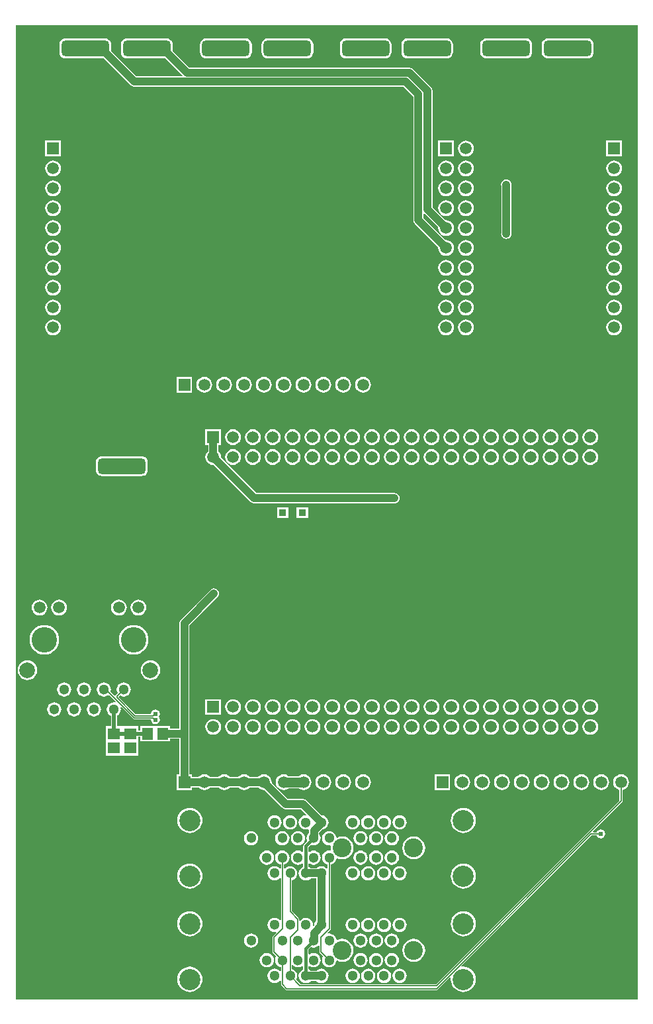
<source format=gtl>
G04*
G04 #@! TF.GenerationSoftware,Altium Limited,Altium Designer,20.1.12 (249)*
G04*
G04 Layer_Physical_Order=1*
G04 Layer_Color=255*
%FSLAX25Y25*%
%MOIN*%
G70*
G04*
G04 #@! TF.SameCoordinates,38A4389A-7558-4E28-873A-C6C5AD051B8D*
G04*
G04*
G04 #@! TF.FilePolarity,Positive*
G04*
G01*
G75*
%ADD27R,0.03740X0.03543*%
%ADD28R,0.05906X0.05709*%
%ADD29R,0.05197X0.05866*%
%ADD30C,0.04000*%
%ADD31C,0.05000*%
%ADD32C,0.00500*%
%ADD33C,0.02000*%
%ADD34C,0.01500*%
%ADD35C,0.05906*%
%ADD36R,0.05906X0.05906*%
G04:AMPARAMS|DCode=37|XSize=240mil|YSize=80mil|CornerRadius=20mil|HoleSize=0mil|Usage=FLASHONLY|Rotation=180.000|XOffset=0mil|YOffset=0mil|HoleType=Round|Shape=RoundedRectangle|*
%AMROUNDEDRECTD37*
21,1,0.24000,0.04000,0,0,180.0*
21,1,0.20000,0.08000,0,0,180.0*
1,1,0.04000,-0.10000,0.02000*
1,1,0.04000,0.10000,0.02000*
1,1,0.04000,0.10000,-0.02000*
1,1,0.04000,-0.10000,-0.02000*
%
%ADD37ROUNDEDRECTD37*%
%ADD38R,0.05906X0.05906*%
%ADD39C,0.09449*%
%ADD40C,0.05118*%
%ADD41C,0.10630*%
%ADD42C,0.07874*%
%ADD43C,0.12795*%
%ADD44C,0.03150*%
%ADD45C,0.02400*%
G36*
X314158Y803D02*
X803D01*
Y491323D01*
X314158D01*
X314158Y803D01*
D02*
G37*
%LPC*%
G36*
X289032Y484553D02*
X269032D01*
X268248Y484450D01*
X267519Y484148D01*
X266892Y483667D01*
X266411Y483041D01*
X266109Y482311D01*
X266006Y481528D01*
Y477528D01*
X266109Y476744D01*
X266411Y476015D01*
X266892Y475388D01*
X267519Y474907D01*
X268248Y474605D01*
X269032Y474502D01*
X289032D01*
X289815Y474605D01*
X290545Y474907D01*
X291171Y475388D01*
X291652Y476015D01*
X291954Y476744D01*
X292057Y477528D01*
Y481528D01*
X291954Y482311D01*
X291652Y483041D01*
X291171Y483667D01*
X290545Y484148D01*
X289815Y484450D01*
X289032Y484553D01*
D02*
G37*
G36*
X258032D02*
X238032D01*
X237248Y484450D01*
X236519Y484148D01*
X235892Y483667D01*
X235411Y483041D01*
X235109Y482311D01*
X235006Y481528D01*
Y477528D01*
X235109Y476744D01*
X235411Y476015D01*
X235892Y475388D01*
X236519Y474907D01*
X237248Y474605D01*
X238032Y474502D01*
X258032D01*
X258815Y474605D01*
X259544Y474907D01*
X260171Y475388D01*
X260652Y476015D01*
X260954Y476744D01*
X261057Y477528D01*
Y481528D01*
X260954Y482311D01*
X260652Y483041D01*
X260171Y483667D01*
X259544Y484148D01*
X258815Y484450D01*
X258032Y484553D01*
D02*
G37*
G36*
X218165D02*
X198165D01*
X197382Y484450D01*
X196652Y484148D01*
X196026Y483667D01*
X195545Y483041D01*
X195243Y482311D01*
X195140Y481528D01*
Y477528D01*
X195243Y476744D01*
X195545Y476015D01*
X196026Y475388D01*
X196652Y474907D01*
X197382Y474605D01*
X198165Y474502D01*
X218165D01*
X218949Y474605D01*
X219678Y474907D01*
X220305Y475388D01*
X220786Y476015D01*
X221088Y476744D01*
X221191Y477528D01*
Y481528D01*
X221088Y482311D01*
X220786Y483041D01*
X220305Y483667D01*
X219678Y484148D01*
X218949Y484450D01*
X218165Y484553D01*
D02*
G37*
G36*
X187165D02*
X167165D01*
X166382Y484450D01*
X165652Y484148D01*
X165026Y483667D01*
X164545Y483041D01*
X164243Y482311D01*
X164139Y481528D01*
Y477528D01*
X164243Y476744D01*
X164545Y476015D01*
X165026Y475388D01*
X165652Y474907D01*
X166382Y474605D01*
X167165Y474502D01*
X187165D01*
X187949Y474605D01*
X188678Y474907D01*
X189305Y475388D01*
X189786Y476015D01*
X190088Y476744D01*
X190191Y477528D01*
Y481528D01*
X190088Y482311D01*
X189786Y483041D01*
X189305Y483667D01*
X188678Y484148D01*
X187949Y484450D01*
X187165Y484553D01*
D02*
G37*
G36*
X147795D02*
X127795D01*
X127012Y484450D01*
X126282Y484148D01*
X125656Y483667D01*
X125175Y483041D01*
X124873Y482311D01*
X124769Y481528D01*
Y477528D01*
X124873Y476744D01*
X125175Y476015D01*
X125656Y475388D01*
X126282Y474907D01*
X127012Y474605D01*
X127795Y474502D01*
X147795D01*
X148578Y474605D01*
X149308Y474907D01*
X149935Y475388D01*
X150416Y476015D01*
X150718Y476744D01*
X150821Y477528D01*
Y481528D01*
X150718Y482311D01*
X150416Y483041D01*
X149935Y483667D01*
X149308Y484148D01*
X148578Y484450D01*
X147795Y484553D01*
D02*
G37*
G36*
X116795D02*
X96795D01*
X96012Y484450D01*
X95282Y484148D01*
X94656Y483667D01*
X94175Y483041D01*
X93872Y482311D01*
X93769Y481528D01*
Y477528D01*
X93872Y476744D01*
X94175Y476015D01*
X94656Y475388D01*
X95282Y474907D01*
X96012Y474605D01*
X96795Y474502D01*
X116795D01*
X117578Y474605D01*
X118308Y474907D01*
X118935Y475388D01*
X119416Y476015D01*
X119718Y476744D01*
X119821Y477528D01*
Y481528D01*
X119718Y482311D01*
X119416Y483041D01*
X118935Y483667D01*
X118308Y484148D01*
X117578Y484450D01*
X116795Y484553D01*
D02*
G37*
G36*
X76929D02*
X56929D01*
X56146Y484450D01*
X55416Y484148D01*
X54790Y483667D01*
X54309Y483041D01*
X54006Y482311D01*
X53903Y481528D01*
Y477528D01*
X54006Y476744D01*
X54309Y476015D01*
X54790Y475388D01*
X55416Y474907D01*
X56146Y474605D01*
X56929Y474502D01*
X76350D01*
X84986Y465866D01*
X84779Y465366D01*
X61696D01*
X48955Y478106D01*
Y481528D01*
X48852Y482311D01*
X48550Y483041D01*
X48069Y483667D01*
X47442Y484148D01*
X46712Y484450D01*
X45929Y484553D01*
X25929D01*
X25146Y484450D01*
X24416Y484148D01*
X23789Y483667D01*
X23309Y483041D01*
X23006Y482311D01*
X22903Y481528D01*
Y477528D01*
X23006Y476744D01*
X23309Y476015D01*
X23789Y475388D01*
X24416Y474907D01*
X25146Y474605D01*
X25929Y474502D01*
X45350D01*
X58838Y461014D01*
X59665Y460462D01*
X60640Y460268D01*
X196299D01*
X201219Y455348D01*
Y393083D01*
X201413Y392107D01*
X201965Y391280D01*
X213774Y379471D01*
X213730Y379134D01*
X213865Y378102D01*
X214264Y377140D01*
X214897Y376315D01*
X215723Y375681D01*
X216685Y375283D01*
X217717Y375147D01*
X218748Y375283D01*
X219710Y375681D01*
X220536Y376315D01*
X221169Y377140D01*
X221568Y378102D01*
X221703Y379134D01*
X221568Y380166D01*
X221169Y381127D01*
X220536Y381953D01*
X219710Y382587D01*
X218748Y382985D01*
X217717Y383121D01*
X217379Y383076D01*
X206317Y394139D01*
Y396222D01*
X206817Y396429D01*
X213774Y389472D01*
X213730Y389134D01*
X213865Y388102D01*
X214264Y387140D01*
X214897Y386315D01*
X215723Y385681D01*
X216685Y385283D01*
X217717Y385147D01*
X218748Y385283D01*
X219710Y385681D01*
X220536Y386315D01*
X221169Y387140D01*
X221568Y388102D01*
X221703Y389134D01*
X221568Y390166D01*
X221169Y391127D01*
X220536Y391953D01*
X219710Y392587D01*
X218748Y392985D01*
X217717Y393121D01*
X217379Y393076D01*
X210817Y399639D01*
Y458268D01*
X210623Y459243D01*
X210070Y460070D01*
X201021Y469119D01*
X200194Y469672D01*
X199219Y469866D01*
X88196D01*
X79955Y478106D01*
Y481528D01*
X79852Y482311D01*
X79550Y483041D01*
X79069Y483667D01*
X78442Y484148D01*
X77712Y484450D01*
X76929Y484553D01*
D02*
G37*
G36*
X306315Y433087D02*
X298410D01*
Y425181D01*
X306315D01*
Y433087D01*
D02*
G37*
G36*
X221669D02*
X213764D01*
Y425181D01*
X221669D01*
Y433087D01*
D02*
G37*
G36*
X23638D02*
X15732D01*
Y425181D01*
X23638D01*
Y433087D01*
D02*
G37*
G36*
X227716Y433121D02*
X226685Y432985D01*
X225723Y432587D01*
X224897Y431953D01*
X224264Y431127D01*
X223866Y430166D01*
X223730Y429134D01*
X223866Y428102D01*
X224264Y427140D01*
X224897Y426315D01*
X225723Y425681D01*
X226685Y425283D01*
X227716Y425147D01*
X228748Y425283D01*
X229710Y425681D01*
X230536Y426315D01*
X231169Y427140D01*
X231568Y428102D01*
X231703Y429134D01*
X231568Y430166D01*
X231169Y431127D01*
X230536Y431953D01*
X229710Y432587D01*
X228748Y432985D01*
X227716Y433121D01*
D02*
G37*
G36*
X302362Y423121D02*
X301330Y422985D01*
X300369Y422587D01*
X299543Y421953D01*
X298909Y421127D01*
X298511Y420166D01*
X298375Y419134D01*
X298511Y418102D01*
X298909Y417140D01*
X299543Y416315D01*
X300369Y415681D01*
X301330Y415283D01*
X302362Y415147D01*
X303394Y415283D01*
X304356Y415681D01*
X305181Y416315D01*
X305815Y417140D01*
X306213Y418102D01*
X306349Y419134D01*
X306213Y420166D01*
X305815Y421127D01*
X305181Y421953D01*
X304356Y422587D01*
X303394Y422985D01*
X302362Y423121D01*
D02*
G37*
G36*
X227716D02*
X226685Y422985D01*
X225723Y422587D01*
X224897Y421953D01*
X224264Y421127D01*
X223866Y420166D01*
X223730Y419134D01*
X223866Y418102D01*
X224264Y417140D01*
X224897Y416315D01*
X225723Y415681D01*
X226685Y415283D01*
X227716Y415147D01*
X228748Y415283D01*
X229710Y415681D01*
X230536Y416315D01*
X231169Y417140D01*
X231568Y418102D01*
X231703Y419134D01*
X231568Y420166D01*
X231169Y421127D01*
X230536Y421953D01*
X229710Y422587D01*
X228748Y422985D01*
X227716Y423121D01*
D02*
G37*
G36*
X217717D02*
X216685Y422985D01*
X215723Y422587D01*
X214897Y421953D01*
X214264Y421127D01*
X213865Y420166D01*
X213730Y419134D01*
X213865Y418102D01*
X214264Y417140D01*
X214897Y416315D01*
X215723Y415681D01*
X216685Y415283D01*
X217717Y415147D01*
X218748Y415283D01*
X219710Y415681D01*
X220536Y416315D01*
X221169Y417140D01*
X221568Y418102D01*
X221703Y419134D01*
X221568Y420166D01*
X221169Y421127D01*
X220536Y421953D01*
X219710Y422587D01*
X218748Y422985D01*
X217717Y423121D01*
D02*
G37*
G36*
X19685D02*
X18653Y422985D01*
X17692Y422587D01*
X16866Y421953D01*
X16232Y421127D01*
X15834Y420166D01*
X15698Y419134D01*
X15834Y418102D01*
X16232Y417140D01*
X16866Y416315D01*
X17692Y415681D01*
X18653Y415283D01*
X19685Y415147D01*
X20717Y415283D01*
X21678Y415681D01*
X22504Y416315D01*
X23138Y417140D01*
X23536Y418102D01*
X23672Y419134D01*
X23536Y420166D01*
X23138Y421127D01*
X22504Y421953D01*
X21678Y422587D01*
X20717Y422985D01*
X19685Y423121D01*
D02*
G37*
G36*
X302362Y413121D02*
X301330Y412985D01*
X300369Y412587D01*
X299543Y411953D01*
X298909Y411127D01*
X298511Y410166D01*
X298375Y409134D01*
X298511Y408102D01*
X298909Y407140D01*
X299543Y406315D01*
X300369Y405681D01*
X301330Y405283D01*
X302362Y405147D01*
X303394Y405283D01*
X304356Y405681D01*
X305181Y406315D01*
X305815Y407140D01*
X306213Y408102D01*
X306349Y409134D01*
X306213Y410166D01*
X305815Y411127D01*
X305181Y411953D01*
X304356Y412587D01*
X303394Y412985D01*
X302362Y413121D01*
D02*
G37*
G36*
X227716D02*
X226685Y412985D01*
X225723Y412587D01*
X224897Y411953D01*
X224264Y411127D01*
X223866Y410166D01*
X223730Y409134D01*
X223866Y408102D01*
X224264Y407140D01*
X224897Y406315D01*
X225723Y405681D01*
X226685Y405283D01*
X227716Y405147D01*
X228748Y405283D01*
X229710Y405681D01*
X230536Y406315D01*
X231169Y407140D01*
X231568Y408102D01*
X231703Y409134D01*
X231568Y410166D01*
X231169Y411127D01*
X230536Y411953D01*
X229710Y412587D01*
X228748Y412985D01*
X227716Y413121D01*
D02*
G37*
G36*
X217717D02*
X216685Y412985D01*
X215723Y412587D01*
X214897Y411953D01*
X214264Y411127D01*
X213865Y410166D01*
X213730Y409134D01*
X213865Y408102D01*
X214264Y407140D01*
X214897Y406315D01*
X215723Y405681D01*
X216685Y405283D01*
X217717Y405147D01*
X218748Y405283D01*
X219710Y405681D01*
X220536Y406315D01*
X221169Y407140D01*
X221568Y408102D01*
X221703Y409134D01*
X221568Y410166D01*
X221169Y411127D01*
X220536Y411953D01*
X219710Y412587D01*
X218748Y412985D01*
X217717Y413121D01*
D02*
G37*
G36*
X19685D02*
X18653Y412985D01*
X17692Y412587D01*
X16866Y411953D01*
X16232Y411127D01*
X15834Y410166D01*
X15698Y409134D01*
X15834Y408102D01*
X16232Y407140D01*
X16866Y406315D01*
X17692Y405681D01*
X18653Y405283D01*
X19685Y405147D01*
X20717Y405283D01*
X21678Y405681D01*
X22504Y406315D01*
X23138Y407140D01*
X23536Y408102D01*
X23672Y409134D01*
X23536Y410166D01*
X23138Y411127D01*
X22504Y411953D01*
X21678Y412587D01*
X20717Y412985D01*
X19685Y413121D01*
D02*
G37*
G36*
X302362Y403121D02*
X301330Y402985D01*
X300369Y402587D01*
X299543Y401953D01*
X298909Y401127D01*
X298511Y400166D01*
X298375Y399134D01*
X298511Y398102D01*
X298909Y397140D01*
X299543Y396315D01*
X300369Y395681D01*
X301330Y395283D01*
X302362Y395147D01*
X303394Y395283D01*
X304356Y395681D01*
X305181Y396315D01*
X305815Y397140D01*
X306213Y398102D01*
X306349Y399134D01*
X306213Y400166D01*
X305815Y401127D01*
X305181Y401953D01*
X304356Y402587D01*
X303394Y402985D01*
X302362Y403121D01*
D02*
G37*
G36*
X227716D02*
X226685Y402985D01*
X225723Y402587D01*
X224897Y401953D01*
X224264Y401127D01*
X223866Y400166D01*
X223730Y399134D01*
X223866Y398102D01*
X224264Y397140D01*
X224897Y396315D01*
X225723Y395681D01*
X226685Y395283D01*
X227716Y395147D01*
X228748Y395283D01*
X229710Y395681D01*
X230536Y396315D01*
X231169Y397140D01*
X231568Y398102D01*
X231703Y399134D01*
X231568Y400166D01*
X231169Y401127D01*
X230536Y401953D01*
X229710Y402587D01*
X228748Y402985D01*
X227716Y403121D01*
D02*
G37*
G36*
X217717D02*
X216685Y402985D01*
X215723Y402587D01*
X214897Y401953D01*
X214264Y401127D01*
X213865Y400166D01*
X213730Y399134D01*
X213865Y398102D01*
X214264Y397140D01*
X214897Y396315D01*
X215723Y395681D01*
X216685Y395283D01*
X217717Y395147D01*
X218748Y395283D01*
X219710Y395681D01*
X220536Y396315D01*
X221169Y397140D01*
X221568Y398102D01*
X221703Y399134D01*
X221568Y400166D01*
X221169Y401127D01*
X220536Y401953D01*
X219710Y402587D01*
X218748Y402985D01*
X217717Y403121D01*
D02*
G37*
G36*
X19685D02*
X18653Y402985D01*
X17692Y402587D01*
X16866Y401953D01*
X16232Y401127D01*
X15834Y400166D01*
X15698Y399134D01*
X15834Y398102D01*
X16232Y397140D01*
X16866Y396315D01*
X17692Y395681D01*
X18653Y395283D01*
X19685Y395147D01*
X20717Y395283D01*
X21678Y395681D01*
X22504Y396315D01*
X23138Y397140D01*
X23536Y398102D01*
X23672Y399134D01*
X23536Y400166D01*
X23138Y401127D01*
X22504Y401953D01*
X21678Y402587D01*
X20717Y402985D01*
X19685Y403121D01*
D02*
G37*
G36*
X302362Y393121D02*
X301330Y392985D01*
X300369Y392587D01*
X299543Y391953D01*
X298909Y391127D01*
X298511Y390166D01*
X298375Y389134D01*
X298511Y388102D01*
X298909Y387140D01*
X299543Y386315D01*
X300369Y385681D01*
X301330Y385283D01*
X302362Y385147D01*
X303394Y385283D01*
X304356Y385681D01*
X305181Y386315D01*
X305815Y387140D01*
X306213Y388102D01*
X306349Y389134D01*
X306213Y390166D01*
X305815Y391127D01*
X305181Y391953D01*
X304356Y392587D01*
X303394Y392985D01*
X302362Y393121D01*
D02*
G37*
G36*
X227716D02*
X226685Y392985D01*
X225723Y392587D01*
X224897Y391953D01*
X224264Y391127D01*
X223866Y390166D01*
X223730Y389134D01*
X223866Y388102D01*
X224264Y387140D01*
X224897Y386315D01*
X225723Y385681D01*
X226685Y385283D01*
X227716Y385147D01*
X228748Y385283D01*
X229710Y385681D01*
X230536Y386315D01*
X231169Y387140D01*
X231568Y388102D01*
X231703Y389134D01*
X231568Y390166D01*
X231169Y391127D01*
X230536Y391953D01*
X229710Y392587D01*
X228748Y392985D01*
X227716Y393121D01*
D02*
G37*
G36*
X19685D02*
X18653Y392985D01*
X17692Y392587D01*
X16866Y391953D01*
X16232Y391127D01*
X15834Y390166D01*
X15698Y389134D01*
X15834Y388102D01*
X16232Y387140D01*
X16866Y386315D01*
X17692Y385681D01*
X18653Y385283D01*
X19685Y385147D01*
X20717Y385283D01*
X21678Y385681D01*
X22504Y386315D01*
X23138Y387140D01*
X23536Y388102D01*
X23672Y389134D01*
X23536Y390166D01*
X23138Y391127D01*
X22504Y391953D01*
X21678Y392587D01*
X20717Y392985D01*
X19685Y393121D01*
D02*
G37*
G36*
X248031Y413621D02*
X247359Y413532D01*
X246733Y413273D01*
X246195Y412860D01*
X245782Y412322D01*
X245523Y411696D01*
X245434Y411024D01*
X245482Y410659D01*
Y386585D01*
X245434Y386221D01*
X245523Y385548D01*
X245782Y384922D01*
X246195Y384384D01*
X246733Y383971D01*
X247359Y383712D01*
X248031Y383624D01*
X248704Y383712D01*
X249330Y383971D01*
X249868Y384384D01*
X250281Y384922D01*
X250540Y385548D01*
X250628Y386221D01*
X250581Y386585D01*
Y410659D01*
X250628Y411024D01*
X250540Y411696D01*
X250281Y412322D01*
X249868Y412860D01*
X249330Y413273D01*
X248704Y413532D01*
X248031Y413621D01*
D02*
G37*
G36*
X302362Y383121D02*
X301330Y382985D01*
X300369Y382587D01*
X299543Y381953D01*
X298909Y381127D01*
X298511Y380166D01*
X298375Y379134D01*
X298511Y378102D01*
X298909Y377140D01*
X299543Y376315D01*
X300369Y375681D01*
X301330Y375283D01*
X302362Y375147D01*
X303394Y375283D01*
X304356Y375681D01*
X305181Y376315D01*
X305815Y377140D01*
X306213Y378102D01*
X306349Y379134D01*
X306213Y380166D01*
X305815Y381127D01*
X305181Y381953D01*
X304356Y382587D01*
X303394Y382985D01*
X302362Y383121D01*
D02*
G37*
G36*
X227716D02*
X226685Y382985D01*
X225723Y382587D01*
X224897Y381953D01*
X224264Y381127D01*
X223866Y380166D01*
X223730Y379134D01*
X223866Y378102D01*
X224264Y377140D01*
X224897Y376315D01*
X225723Y375681D01*
X226685Y375283D01*
X227716Y375147D01*
X228748Y375283D01*
X229710Y375681D01*
X230536Y376315D01*
X231169Y377140D01*
X231568Y378102D01*
X231703Y379134D01*
X231568Y380166D01*
X231169Y381127D01*
X230536Y381953D01*
X229710Y382587D01*
X228748Y382985D01*
X227716Y383121D01*
D02*
G37*
G36*
X19685D02*
X18653Y382985D01*
X17692Y382587D01*
X16866Y381953D01*
X16232Y381127D01*
X15834Y380166D01*
X15698Y379134D01*
X15834Y378102D01*
X16232Y377140D01*
X16866Y376315D01*
X17692Y375681D01*
X18653Y375283D01*
X19685Y375147D01*
X20717Y375283D01*
X21678Y375681D01*
X22504Y376315D01*
X23138Y377140D01*
X23536Y378102D01*
X23672Y379134D01*
X23536Y380166D01*
X23138Y381127D01*
X22504Y381953D01*
X21678Y382587D01*
X20717Y382985D01*
X19685Y383121D01*
D02*
G37*
G36*
X302362Y373121D02*
X301330Y372985D01*
X300369Y372587D01*
X299543Y371953D01*
X298909Y371127D01*
X298511Y370166D01*
X298375Y369134D01*
X298511Y368102D01*
X298909Y367140D01*
X299543Y366315D01*
X300369Y365681D01*
X301330Y365283D01*
X302362Y365147D01*
X303394Y365283D01*
X304356Y365681D01*
X305181Y366315D01*
X305815Y367140D01*
X306213Y368102D01*
X306349Y369134D01*
X306213Y370166D01*
X305815Y371127D01*
X305181Y371953D01*
X304356Y372587D01*
X303394Y372985D01*
X302362Y373121D01*
D02*
G37*
G36*
X227716D02*
X226685Y372985D01*
X225723Y372587D01*
X224897Y371953D01*
X224264Y371127D01*
X223866Y370166D01*
X223730Y369134D01*
X223866Y368102D01*
X224264Y367140D01*
X224897Y366315D01*
X225723Y365681D01*
X226685Y365283D01*
X227716Y365147D01*
X228748Y365283D01*
X229710Y365681D01*
X230536Y366315D01*
X231169Y367140D01*
X231568Y368102D01*
X231703Y369134D01*
X231568Y370166D01*
X231169Y371127D01*
X230536Y371953D01*
X229710Y372587D01*
X228748Y372985D01*
X227716Y373121D01*
D02*
G37*
G36*
X217717D02*
X216685Y372985D01*
X215723Y372587D01*
X214897Y371953D01*
X214264Y371127D01*
X213865Y370166D01*
X213730Y369134D01*
X213865Y368102D01*
X214264Y367140D01*
X214897Y366315D01*
X215723Y365681D01*
X216685Y365283D01*
X217717Y365147D01*
X218748Y365283D01*
X219710Y365681D01*
X220536Y366315D01*
X221169Y367140D01*
X221568Y368102D01*
X221703Y369134D01*
X221568Y370166D01*
X221169Y371127D01*
X220536Y371953D01*
X219710Y372587D01*
X218748Y372985D01*
X217717Y373121D01*
D02*
G37*
G36*
X19685D02*
X18653Y372985D01*
X17692Y372587D01*
X16866Y371953D01*
X16232Y371127D01*
X15834Y370166D01*
X15698Y369134D01*
X15834Y368102D01*
X16232Y367140D01*
X16866Y366315D01*
X17692Y365681D01*
X18653Y365283D01*
X19685Y365147D01*
X20717Y365283D01*
X21678Y365681D01*
X22504Y366315D01*
X23138Y367140D01*
X23536Y368102D01*
X23672Y369134D01*
X23536Y370166D01*
X23138Y371127D01*
X22504Y371953D01*
X21678Y372587D01*
X20717Y372985D01*
X19685Y373121D01*
D02*
G37*
G36*
X302362Y363121D02*
X301330Y362985D01*
X300369Y362587D01*
X299543Y361953D01*
X298909Y361127D01*
X298511Y360166D01*
X298375Y359134D01*
X298511Y358102D01*
X298909Y357140D01*
X299543Y356315D01*
X300369Y355681D01*
X301330Y355283D01*
X302362Y355147D01*
X303394Y355283D01*
X304356Y355681D01*
X305181Y356315D01*
X305815Y357140D01*
X306213Y358102D01*
X306349Y359134D01*
X306213Y360166D01*
X305815Y361127D01*
X305181Y361953D01*
X304356Y362587D01*
X303394Y362985D01*
X302362Y363121D01*
D02*
G37*
G36*
X227716D02*
X226685Y362985D01*
X225723Y362587D01*
X224897Y361953D01*
X224264Y361127D01*
X223866Y360166D01*
X223730Y359134D01*
X223866Y358102D01*
X224264Y357140D01*
X224897Y356315D01*
X225723Y355681D01*
X226685Y355283D01*
X227716Y355147D01*
X228748Y355283D01*
X229710Y355681D01*
X230536Y356315D01*
X231169Y357140D01*
X231568Y358102D01*
X231703Y359134D01*
X231568Y360166D01*
X231169Y361127D01*
X230536Y361953D01*
X229710Y362587D01*
X228748Y362985D01*
X227716Y363121D01*
D02*
G37*
G36*
X217717D02*
X216685Y362985D01*
X215723Y362587D01*
X214897Y361953D01*
X214264Y361127D01*
X213865Y360166D01*
X213730Y359134D01*
X213865Y358102D01*
X214264Y357140D01*
X214897Y356315D01*
X215723Y355681D01*
X216685Y355283D01*
X217717Y355147D01*
X218748Y355283D01*
X219710Y355681D01*
X220536Y356315D01*
X221169Y357140D01*
X221568Y358102D01*
X221703Y359134D01*
X221568Y360166D01*
X221169Y361127D01*
X220536Y361953D01*
X219710Y362587D01*
X218748Y362985D01*
X217717Y363121D01*
D02*
G37*
G36*
X19685D02*
X18653Y362985D01*
X17692Y362587D01*
X16866Y361953D01*
X16232Y361127D01*
X15834Y360166D01*
X15698Y359134D01*
X15834Y358102D01*
X16232Y357140D01*
X16866Y356315D01*
X17692Y355681D01*
X18653Y355283D01*
X19685Y355147D01*
X20717Y355283D01*
X21678Y355681D01*
X22504Y356315D01*
X23138Y357140D01*
X23536Y358102D01*
X23672Y359134D01*
X23536Y360166D01*
X23138Y361127D01*
X22504Y361953D01*
X21678Y362587D01*
X20717Y362985D01*
X19685Y363121D01*
D02*
G37*
G36*
X302362Y353121D02*
X301330Y352985D01*
X300369Y352587D01*
X299543Y351953D01*
X298909Y351127D01*
X298511Y350166D01*
X298375Y349134D01*
X298511Y348102D01*
X298909Y347140D01*
X299543Y346315D01*
X300369Y345681D01*
X301330Y345283D01*
X302362Y345147D01*
X303394Y345283D01*
X304356Y345681D01*
X305181Y346315D01*
X305815Y347140D01*
X306213Y348102D01*
X306349Y349134D01*
X306213Y350166D01*
X305815Y351127D01*
X305181Y351953D01*
X304356Y352587D01*
X303394Y352985D01*
X302362Y353121D01*
D02*
G37*
G36*
X227716D02*
X226685Y352985D01*
X225723Y352587D01*
X224897Y351953D01*
X224264Y351127D01*
X223866Y350166D01*
X223730Y349134D01*
X223866Y348102D01*
X224264Y347140D01*
X224897Y346315D01*
X225723Y345681D01*
X226685Y345283D01*
X227716Y345147D01*
X228748Y345283D01*
X229710Y345681D01*
X230536Y346315D01*
X231169Y347140D01*
X231568Y348102D01*
X231703Y349134D01*
X231568Y350166D01*
X231169Y351127D01*
X230536Y351953D01*
X229710Y352587D01*
X228748Y352985D01*
X227716Y353121D01*
D02*
G37*
G36*
X217717D02*
X216685Y352985D01*
X215723Y352587D01*
X214897Y351953D01*
X214264Y351127D01*
X213865Y350166D01*
X213730Y349134D01*
X213865Y348102D01*
X214264Y347140D01*
X214897Y346315D01*
X215723Y345681D01*
X216685Y345283D01*
X217717Y345147D01*
X218748Y345283D01*
X219710Y345681D01*
X220536Y346315D01*
X221169Y347140D01*
X221568Y348102D01*
X221703Y349134D01*
X221568Y350166D01*
X221169Y351127D01*
X220536Y351953D01*
X219710Y352587D01*
X218748Y352985D01*
X217717Y353121D01*
D02*
G37*
G36*
X19685D02*
X18653Y352985D01*
X17692Y352587D01*
X16866Y351953D01*
X16232Y351127D01*
X15834Y350166D01*
X15698Y349134D01*
X15834Y348102D01*
X16232Y347140D01*
X16866Y346315D01*
X17692Y345681D01*
X18653Y345283D01*
X19685Y345147D01*
X20717Y345283D01*
X21678Y345681D01*
X22504Y346315D01*
X23138Y347140D01*
X23536Y348102D01*
X23672Y349134D01*
X23536Y350166D01*
X23138Y351127D01*
X22504Y351953D01*
X21678Y352587D01*
X20717Y352985D01*
X19685Y353121D01*
D02*
G37*
G36*
X302362Y343121D02*
X301330Y342985D01*
X300369Y342587D01*
X299543Y341953D01*
X298909Y341127D01*
X298511Y340166D01*
X298375Y339134D01*
X298511Y338102D01*
X298909Y337140D01*
X299543Y336315D01*
X300369Y335681D01*
X301330Y335283D01*
X302362Y335147D01*
X303394Y335283D01*
X304356Y335681D01*
X305181Y336315D01*
X305815Y337140D01*
X306213Y338102D01*
X306349Y339134D01*
X306213Y340166D01*
X305815Y341127D01*
X305181Y341953D01*
X304356Y342587D01*
X303394Y342985D01*
X302362Y343121D01*
D02*
G37*
G36*
X227716D02*
X226685Y342985D01*
X225723Y342587D01*
X224897Y341953D01*
X224264Y341127D01*
X223866Y340166D01*
X223730Y339134D01*
X223866Y338102D01*
X224264Y337140D01*
X224897Y336315D01*
X225723Y335681D01*
X226685Y335283D01*
X227716Y335147D01*
X228748Y335283D01*
X229710Y335681D01*
X230536Y336315D01*
X231169Y337140D01*
X231568Y338102D01*
X231703Y339134D01*
X231568Y340166D01*
X231169Y341127D01*
X230536Y341953D01*
X229710Y342587D01*
X228748Y342985D01*
X227716Y343121D01*
D02*
G37*
G36*
X217717D02*
X216685Y342985D01*
X215723Y342587D01*
X214897Y341953D01*
X214264Y341127D01*
X213865Y340166D01*
X213730Y339134D01*
X213865Y338102D01*
X214264Y337140D01*
X214897Y336315D01*
X215723Y335681D01*
X216685Y335283D01*
X217717Y335147D01*
X218748Y335283D01*
X219710Y335681D01*
X220536Y336315D01*
X221169Y337140D01*
X221568Y338102D01*
X221703Y339134D01*
X221568Y340166D01*
X221169Y341127D01*
X220536Y341953D01*
X219710Y342587D01*
X218748Y342985D01*
X217717Y343121D01*
D02*
G37*
G36*
X19685D02*
X18653Y342985D01*
X17692Y342587D01*
X16866Y341953D01*
X16232Y341127D01*
X15834Y340166D01*
X15698Y339134D01*
X15834Y338102D01*
X16232Y337140D01*
X16866Y336315D01*
X17692Y335681D01*
X18653Y335283D01*
X19685Y335147D01*
X20717Y335283D01*
X21678Y335681D01*
X22504Y336315D01*
X23138Y337140D01*
X23536Y338102D01*
X23672Y339134D01*
X23536Y340166D01*
X23138Y341127D01*
X22504Y341953D01*
X21678Y342587D01*
X20717Y342985D01*
X19685Y343121D01*
D02*
G37*
G36*
X89780Y314189D02*
X81874D01*
Y306283D01*
X89780D01*
Y314189D01*
D02*
G37*
G36*
X175827Y314223D02*
X174795Y314087D01*
X173833Y313689D01*
X173008Y313055D01*
X172374Y312230D01*
X171976Y311268D01*
X171840Y310236D01*
X171976Y309204D01*
X172374Y308243D01*
X173008Y307417D01*
X173833Y306784D01*
X174795Y306385D01*
X175827Y306249D01*
X176859Y306385D01*
X177820Y306784D01*
X178646Y307417D01*
X179279Y308243D01*
X179678Y309204D01*
X179814Y310236D01*
X179678Y311268D01*
X179279Y312230D01*
X178646Y313055D01*
X177820Y313689D01*
X176859Y314087D01*
X175827Y314223D01*
D02*
G37*
G36*
X135827D02*
X134795Y314087D01*
X133833Y313689D01*
X133008Y313055D01*
X132374Y312230D01*
X131976Y311268D01*
X131840Y310236D01*
X131976Y309204D01*
X132374Y308243D01*
X133008Y307417D01*
X133833Y306784D01*
X134795Y306385D01*
X135827Y306249D01*
X136859Y306385D01*
X137820Y306784D01*
X138646Y307417D01*
X139279Y308243D01*
X139678Y309204D01*
X139814Y310236D01*
X139678Y311268D01*
X139279Y312230D01*
X138646Y313055D01*
X137820Y313689D01*
X136859Y314087D01*
X135827Y314223D01*
D02*
G37*
G36*
X165827Y314223D02*
X164795Y314087D01*
X163833Y313689D01*
X163008Y313055D01*
X162374Y312230D01*
X161976Y311268D01*
X161840Y310236D01*
X161976Y309204D01*
X162374Y308243D01*
X163008Y307417D01*
X163833Y306784D01*
X164795Y306385D01*
X165827Y306249D01*
X166859Y306385D01*
X167820Y306784D01*
X168646Y307417D01*
X169280Y308243D01*
X169678Y309204D01*
X169814Y310236D01*
X169678Y311268D01*
X169280Y312230D01*
X168646Y313055D01*
X167820Y313689D01*
X166859Y314087D01*
X165827Y314223D01*
D02*
G37*
G36*
X155827D02*
X154795Y314087D01*
X153833Y313689D01*
X153008Y313055D01*
X152374Y312230D01*
X151976Y311268D01*
X151840Y310236D01*
X151976Y309204D01*
X152374Y308243D01*
X153008Y307417D01*
X153833Y306784D01*
X154795Y306385D01*
X155827Y306249D01*
X156859Y306385D01*
X157820Y306784D01*
X158646Y307417D01*
X159280Y308243D01*
X159678Y309204D01*
X159814Y310236D01*
X159678Y311268D01*
X159280Y312230D01*
X158646Y313055D01*
X157820Y313689D01*
X156859Y314087D01*
X155827Y314223D01*
D02*
G37*
G36*
X145827D02*
X144795Y314087D01*
X143833Y313689D01*
X143008Y313055D01*
X142374Y312230D01*
X141976Y311268D01*
X141840Y310236D01*
X141976Y309204D01*
X142374Y308243D01*
X143008Y307417D01*
X143833Y306784D01*
X144795Y306385D01*
X145827Y306249D01*
X146859Y306385D01*
X147820Y306784D01*
X148646Y307417D01*
X149279Y308243D01*
X149678Y309204D01*
X149814Y310236D01*
X149678Y311268D01*
X149279Y312230D01*
X148646Y313055D01*
X147820Y313689D01*
X146859Y314087D01*
X145827Y314223D01*
D02*
G37*
G36*
X115827D02*
X114795Y314087D01*
X113833Y313689D01*
X113008Y313055D01*
X112374Y312230D01*
X111976Y311268D01*
X111840Y310236D01*
X111976Y309204D01*
X112374Y308243D01*
X113008Y307417D01*
X113833Y306784D01*
X114795Y306385D01*
X115827Y306249D01*
X116859Y306385D01*
X117820Y306784D01*
X118646Y307417D01*
X119280Y308243D01*
X119678Y309204D01*
X119814Y310236D01*
X119678Y311268D01*
X119280Y312230D01*
X118646Y313055D01*
X117820Y313689D01*
X116859Y314087D01*
X115827Y314223D01*
D02*
G37*
G36*
X105827D02*
X104795Y314087D01*
X103833Y313689D01*
X103008Y313055D01*
X102374Y312230D01*
X101976Y311268D01*
X101840Y310236D01*
X101976Y309204D01*
X102374Y308243D01*
X103008Y307417D01*
X103833Y306784D01*
X104795Y306385D01*
X105827Y306249D01*
X106859Y306385D01*
X107820Y306784D01*
X108646Y307417D01*
X109280Y308243D01*
X109678Y309204D01*
X109814Y310236D01*
X109678Y311268D01*
X109280Y312230D01*
X108646Y313055D01*
X107820Y313689D01*
X106859Y314087D01*
X105827Y314223D01*
D02*
G37*
G36*
X95827D02*
X94795Y314087D01*
X93833Y313689D01*
X93008Y313055D01*
X92374Y312230D01*
X91976Y311268D01*
X91840Y310236D01*
X91976Y309204D01*
X92374Y308243D01*
X93008Y307417D01*
X93833Y306784D01*
X94795Y306385D01*
X95827Y306249D01*
X96859Y306385D01*
X97820Y306784D01*
X98646Y307417D01*
X99279Y308243D01*
X99678Y309204D01*
X99814Y310236D01*
X99678Y311268D01*
X99279Y312230D01*
X98646Y313055D01*
X97820Y313689D01*
X96859Y314087D01*
X95827Y314223D01*
D02*
G37*
G36*
X125827Y314223D02*
X124795Y314087D01*
X123833Y313689D01*
X123008Y313055D01*
X122374Y312230D01*
X121976Y311268D01*
X121840Y310236D01*
X121976Y309204D01*
X122374Y308243D01*
X123008Y307417D01*
X123833Y306784D01*
X124795Y306385D01*
X125827Y306249D01*
X126859Y306385D01*
X127820Y306784D01*
X128646Y307417D01*
X129279Y308243D01*
X129678Y309204D01*
X129814Y310236D01*
X129678Y311268D01*
X129279Y312230D01*
X128646Y313055D01*
X127820Y313689D01*
X126859Y314087D01*
X125827Y314223D01*
D02*
G37*
G36*
X280394Y287845D02*
X279362Y287709D01*
X278400Y287311D01*
X277575Y286677D01*
X276941Y285852D01*
X276543Y284890D01*
X276407Y283858D01*
X276543Y282826D01*
X276941Y281865D01*
X277575Y281039D01*
X278400Y280406D01*
X279362Y280007D01*
X280394Y279871D01*
X281426Y280007D01*
X282387Y280406D01*
X283213Y281039D01*
X283846Y281865D01*
X284245Y282826D01*
X284381Y283858D01*
X284245Y284890D01*
X283846Y285852D01*
X283213Y286677D01*
X282387Y287311D01*
X281426Y287709D01*
X280394Y287845D01*
D02*
G37*
G36*
X270394D02*
X269362Y287709D01*
X268400Y287311D01*
X267575Y286677D01*
X266941Y285852D01*
X266543Y284890D01*
X266407Y283858D01*
X266543Y282826D01*
X266941Y281865D01*
X267575Y281039D01*
X268400Y280406D01*
X269362Y280007D01*
X270394Y279871D01*
X271426Y280007D01*
X272387Y280406D01*
X273213Y281039D01*
X273846Y281865D01*
X274245Y282826D01*
X274381Y283858D01*
X274245Y284890D01*
X273846Y285852D01*
X273213Y286677D01*
X272387Y287311D01*
X271426Y287709D01*
X270394Y287845D01*
D02*
G37*
G36*
X260394D02*
X259362Y287709D01*
X258400Y287311D01*
X257575Y286677D01*
X256941Y285852D01*
X256543Y284890D01*
X256407Y283858D01*
X256543Y282826D01*
X256941Y281865D01*
X257575Y281039D01*
X258400Y280406D01*
X259362Y280007D01*
X260394Y279871D01*
X261426Y280007D01*
X262387Y280406D01*
X263213Y281039D01*
X263846Y281865D01*
X264245Y282826D01*
X264381Y283858D01*
X264245Y284890D01*
X263846Y285852D01*
X263213Y286677D01*
X262387Y287311D01*
X261426Y287709D01*
X260394Y287845D01*
D02*
G37*
G36*
X250394D02*
X249362Y287709D01*
X248400Y287311D01*
X247575Y286677D01*
X246941Y285852D01*
X246543Y284890D01*
X246407Y283858D01*
X246543Y282826D01*
X246941Y281865D01*
X247575Y281039D01*
X248400Y280406D01*
X249362Y280007D01*
X250394Y279871D01*
X251426Y280007D01*
X252387Y280406D01*
X253213Y281039D01*
X253846Y281865D01*
X254245Y282826D01*
X254381Y283858D01*
X254245Y284890D01*
X253846Y285852D01*
X253213Y286677D01*
X252387Y287311D01*
X251426Y287709D01*
X250394Y287845D01*
D02*
G37*
G36*
X240394D02*
X239362Y287709D01*
X238400Y287311D01*
X237575Y286677D01*
X236941Y285852D01*
X236543Y284890D01*
X236407Y283858D01*
X236543Y282826D01*
X236941Y281865D01*
X237575Y281039D01*
X238400Y280406D01*
X239362Y280007D01*
X240394Y279871D01*
X241426Y280007D01*
X242387Y280406D01*
X243213Y281039D01*
X243846Y281865D01*
X244245Y282826D01*
X244380Y283858D01*
X244245Y284890D01*
X243846Y285852D01*
X243213Y286677D01*
X242387Y287311D01*
X241426Y287709D01*
X240394Y287845D01*
D02*
G37*
G36*
X220394D02*
X219362Y287709D01*
X218400Y287311D01*
X217575Y286677D01*
X216941Y285852D01*
X216543Y284890D01*
X216407Y283858D01*
X216543Y282826D01*
X216941Y281865D01*
X217575Y281039D01*
X218400Y280406D01*
X219362Y280007D01*
X220394Y279871D01*
X221426Y280007D01*
X222387Y280406D01*
X223213Y281039D01*
X223846Y281865D01*
X224245Y282826D01*
X224381Y283858D01*
X224245Y284890D01*
X223846Y285852D01*
X223213Y286677D01*
X222387Y287311D01*
X221426Y287709D01*
X220394Y287845D01*
D02*
G37*
G36*
X210394D02*
X209362Y287709D01*
X208400Y287311D01*
X207575Y286677D01*
X206941Y285852D01*
X206543Y284890D01*
X206407Y283858D01*
X206543Y282826D01*
X206941Y281865D01*
X207575Y281039D01*
X208400Y280406D01*
X209362Y280007D01*
X210394Y279871D01*
X211426Y280007D01*
X212387Y280406D01*
X213213Y281039D01*
X213846Y281865D01*
X214245Y282826D01*
X214381Y283858D01*
X214245Y284890D01*
X213846Y285852D01*
X213213Y286677D01*
X212387Y287311D01*
X211426Y287709D01*
X210394Y287845D01*
D02*
G37*
G36*
X190394D02*
X189362Y287709D01*
X188400Y287311D01*
X187575Y286677D01*
X186941Y285852D01*
X186543Y284890D01*
X186407Y283858D01*
X186543Y282826D01*
X186941Y281865D01*
X187575Y281039D01*
X188400Y280406D01*
X189362Y280007D01*
X190394Y279871D01*
X191426Y280007D01*
X192387Y280406D01*
X193213Y281039D01*
X193846Y281865D01*
X194245Y282826D01*
X194381Y283858D01*
X194245Y284890D01*
X193846Y285852D01*
X193213Y286677D01*
X192387Y287311D01*
X191426Y287709D01*
X190394Y287845D01*
D02*
G37*
G36*
X180394D02*
X179362Y287709D01*
X178400Y287311D01*
X177575Y286677D01*
X176941Y285852D01*
X176543Y284890D01*
X176407Y283858D01*
X176543Y282826D01*
X176941Y281865D01*
X177575Y281039D01*
X178400Y280406D01*
X179362Y280007D01*
X180394Y279871D01*
X181426Y280007D01*
X182387Y280406D01*
X183213Y281039D01*
X183846Y281865D01*
X184245Y282826D01*
X184381Y283858D01*
X184245Y284890D01*
X183846Y285852D01*
X183213Y286677D01*
X182387Y287311D01*
X181426Y287709D01*
X180394Y287845D01*
D02*
G37*
G36*
X170394D02*
X169362Y287709D01*
X168400Y287311D01*
X167575Y286677D01*
X166941Y285852D01*
X166543Y284890D01*
X166407Y283858D01*
X166543Y282826D01*
X166941Y281865D01*
X167575Y281039D01*
X168400Y280406D01*
X169362Y280007D01*
X170394Y279871D01*
X171426Y280007D01*
X172387Y280406D01*
X173213Y281039D01*
X173846Y281865D01*
X174245Y282826D01*
X174381Y283858D01*
X174245Y284890D01*
X173846Y285852D01*
X173213Y286677D01*
X172387Y287311D01*
X171426Y287709D01*
X170394Y287845D01*
D02*
G37*
G36*
X160394D02*
X159362Y287709D01*
X158400Y287311D01*
X157575Y286677D01*
X156941Y285852D01*
X156543Y284890D01*
X156407Y283858D01*
X156543Y282826D01*
X156941Y281865D01*
X157575Y281039D01*
X158400Y280406D01*
X159362Y280007D01*
X160394Y279871D01*
X161426Y280007D01*
X162387Y280406D01*
X163213Y281039D01*
X163846Y281865D01*
X164245Y282826D01*
X164381Y283858D01*
X164245Y284890D01*
X163846Y285852D01*
X163213Y286677D01*
X162387Y287311D01*
X161426Y287709D01*
X160394Y287845D01*
D02*
G37*
G36*
X130394D02*
X129362Y287709D01*
X128400Y287311D01*
X127575Y286677D01*
X126941Y285852D01*
X126543Y284890D01*
X126407Y283858D01*
X126543Y282826D01*
X126941Y281865D01*
X127575Y281039D01*
X128400Y280406D01*
X129362Y280007D01*
X130394Y279871D01*
X131426Y280007D01*
X132387Y280406D01*
X133213Y281039D01*
X133846Y281865D01*
X134245Y282826D01*
X134381Y283858D01*
X134245Y284890D01*
X133846Y285852D01*
X133213Y286677D01*
X132387Y287311D01*
X131426Y287709D01*
X130394Y287845D01*
D02*
G37*
G36*
X120394D02*
X119362Y287709D01*
X118400Y287311D01*
X117575Y286677D01*
X116941Y285852D01*
X116543Y284890D01*
X116407Y283858D01*
X116543Y282826D01*
X116941Y281865D01*
X117575Y281039D01*
X118400Y280406D01*
X119362Y280007D01*
X120394Y279871D01*
X121426Y280007D01*
X122387Y280406D01*
X123213Y281039D01*
X123846Y281865D01*
X124245Y282826D01*
X124381Y283858D01*
X124245Y284890D01*
X123846Y285852D01*
X123213Y286677D01*
X122387Y287311D01*
X121426Y287709D01*
X120394Y287845D01*
D02*
G37*
G36*
X110394D02*
X109362Y287709D01*
X108400Y287311D01*
X107575Y286677D01*
X106941Y285852D01*
X106543Y284890D01*
X106407Y283858D01*
X106543Y282826D01*
X106941Y281865D01*
X107575Y281039D01*
X108400Y280406D01*
X109362Y280007D01*
X110394Y279871D01*
X111426Y280007D01*
X112387Y280406D01*
X113213Y281039D01*
X113846Y281865D01*
X114245Y282826D01*
X114381Y283858D01*
X114245Y284890D01*
X113846Y285852D01*
X113213Y286677D01*
X112387Y287311D01*
X111426Y287709D01*
X110394Y287845D01*
D02*
G37*
G36*
X290394Y287845D02*
X289362Y287709D01*
X288400Y287311D01*
X287575Y286677D01*
X286941Y285852D01*
X286543Y284890D01*
X286407Y283858D01*
X286543Y282826D01*
X286941Y281865D01*
X287575Y281039D01*
X288400Y280405D01*
X289362Y280007D01*
X290394Y279871D01*
X291426Y280007D01*
X292387Y280405D01*
X293213Y281039D01*
X293846Y281865D01*
X294245Y282826D01*
X294381Y283858D01*
X294245Y284890D01*
X293846Y285852D01*
X293213Y286677D01*
X292387Y287311D01*
X291426Y287709D01*
X290394Y287845D01*
D02*
G37*
G36*
X230394D02*
X229362Y287709D01*
X228400Y287311D01*
X227575Y286677D01*
X226941Y285852D01*
X226543Y284890D01*
X226407Y283858D01*
X226543Y282826D01*
X226941Y281865D01*
X227575Y281039D01*
X228400Y280405D01*
X229362Y280007D01*
X230394Y279871D01*
X231426Y280007D01*
X232387Y280405D01*
X233213Y281039D01*
X233846Y281865D01*
X234245Y282826D01*
X234381Y283858D01*
X234245Y284890D01*
X233846Y285852D01*
X233213Y286677D01*
X232387Y287311D01*
X231426Y287709D01*
X230394Y287845D01*
D02*
G37*
G36*
X200394D02*
X199362Y287709D01*
X198400Y287311D01*
X197575Y286677D01*
X196941Y285852D01*
X196543Y284890D01*
X196407Y283858D01*
X196543Y282826D01*
X196941Y281865D01*
X197575Y281039D01*
X198400Y280405D01*
X199362Y280007D01*
X200394Y279871D01*
X201426Y280007D01*
X202387Y280405D01*
X203213Y281039D01*
X203846Y281865D01*
X204245Y282826D01*
X204381Y283858D01*
X204245Y284890D01*
X203846Y285852D01*
X203213Y286677D01*
X202387Y287311D01*
X201426Y287709D01*
X200394Y287845D01*
D02*
G37*
G36*
X150394D02*
X149362Y287709D01*
X148400Y287311D01*
X147574Y286677D01*
X146941Y285852D01*
X146543Y284890D01*
X146407Y283858D01*
X146543Y282826D01*
X146941Y281865D01*
X147574Y281039D01*
X148400Y280405D01*
X149362Y280007D01*
X150394Y279871D01*
X151426Y280007D01*
X152387Y280405D01*
X153213Y281039D01*
X153846Y281865D01*
X154245Y282826D01*
X154381Y283858D01*
X154245Y284890D01*
X153846Y285852D01*
X153213Y286677D01*
X152387Y287311D01*
X151426Y287709D01*
X150394Y287845D01*
D02*
G37*
G36*
X140394D02*
X139362Y287709D01*
X138400Y287311D01*
X137575Y286677D01*
X136941Y285852D01*
X136543Y284890D01*
X136407Y283858D01*
X136543Y282826D01*
X136941Y281865D01*
X137575Y281039D01*
X138400Y280405D01*
X139362Y280007D01*
X140394Y279871D01*
X141426Y280007D01*
X142387Y280405D01*
X143213Y281039D01*
X143846Y281865D01*
X144245Y282826D01*
X144381Y283858D01*
X144245Y284890D01*
X143846Y285852D01*
X143213Y286677D01*
X142387Y287311D01*
X141426Y287709D01*
X140394Y287845D01*
D02*
G37*
G36*
X290394Y277845D02*
X289362Y277709D01*
X288400Y277311D01*
X287575Y276677D01*
X286941Y275852D01*
X286543Y274890D01*
X286407Y273858D01*
X286543Y272826D01*
X286941Y271865D01*
X287575Y271039D01*
X288400Y270406D01*
X289362Y270007D01*
X290394Y269871D01*
X291426Y270007D01*
X292387Y270406D01*
X293213Y271039D01*
X293846Y271865D01*
X294245Y272826D01*
X294381Y273858D01*
X294245Y274890D01*
X293846Y275852D01*
X293213Y276677D01*
X292387Y277311D01*
X291426Y277709D01*
X290394Y277845D01*
D02*
G37*
G36*
X280394D02*
X279362Y277709D01*
X278400Y277311D01*
X277575Y276677D01*
X276941Y275852D01*
X276543Y274890D01*
X276407Y273858D01*
X276543Y272826D01*
X276941Y271865D01*
X277575Y271039D01*
X278400Y270406D01*
X279362Y270007D01*
X280394Y269871D01*
X281426Y270007D01*
X282387Y270406D01*
X283213Y271039D01*
X283846Y271865D01*
X284245Y272826D01*
X284381Y273858D01*
X284245Y274890D01*
X283846Y275852D01*
X283213Y276677D01*
X282387Y277311D01*
X281426Y277709D01*
X280394Y277845D01*
D02*
G37*
G36*
X270394D02*
X269362Y277709D01*
X268400Y277311D01*
X267575Y276677D01*
X266941Y275852D01*
X266543Y274890D01*
X266407Y273858D01*
X266543Y272826D01*
X266941Y271865D01*
X267575Y271039D01*
X268400Y270406D01*
X269362Y270007D01*
X270394Y269871D01*
X271426Y270007D01*
X272387Y270406D01*
X273213Y271039D01*
X273846Y271865D01*
X274245Y272826D01*
X274381Y273858D01*
X274245Y274890D01*
X273846Y275852D01*
X273213Y276677D01*
X272387Y277311D01*
X271426Y277709D01*
X270394Y277845D01*
D02*
G37*
G36*
X260394D02*
X259362Y277709D01*
X258400Y277311D01*
X257575Y276677D01*
X256941Y275852D01*
X256543Y274890D01*
X256407Y273858D01*
X256543Y272826D01*
X256941Y271865D01*
X257575Y271039D01*
X258400Y270406D01*
X259362Y270007D01*
X260394Y269871D01*
X261426Y270007D01*
X262387Y270406D01*
X263213Y271039D01*
X263846Y271865D01*
X264245Y272826D01*
X264381Y273858D01*
X264245Y274890D01*
X263846Y275852D01*
X263213Y276677D01*
X262387Y277311D01*
X261426Y277709D01*
X260394Y277845D01*
D02*
G37*
G36*
X250394D02*
X249362Y277709D01*
X248400Y277311D01*
X247575Y276677D01*
X246941Y275852D01*
X246543Y274890D01*
X246407Y273858D01*
X246543Y272826D01*
X246941Y271865D01*
X247575Y271039D01*
X248400Y270406D01*
X249362Y270007D01*
X250394Y269871D01*
X251426Y270007D01*
X252387Y270406D01*
X253213Y271039D01*
X253846Y271865D01*
X254245Y272826D01*
X254381Y273858D01*
X254245Y274890D01*
X253846Y275852D01*
X253213Y276677D01*
X252387Y277311D01*
X251426Y277709D01*
X250394Y277845D01*
D02*
G37*
G36*
X240394D02*
X239362Y277709D01*
X238400Y277311D01*
X237575Y276677D01*
X236941Y275852D01*
X236543Y274890D01*
X236407Y273858D01*
X236543Y272826D01*
X236941Y271865D01*
X237575Y271039D01*
X238400Y270406D01*
X239362Y270007D01*
X240394Y269871D01*
X241426Y270007D01*
X242387Y270406D01*
X243213Y271039D01*
X243846Y271865D01*
X244245Y272826D01*
X244381Y273858D01*
X244245Y274890D01*
X243846Y275852D01*
X243213Y276677D01*
X242387Y277311D01*
X241426Y277709D01*
X240394Y277845D01*
D02*
G37*
G36*
X230394D02*
X229362Y277709D01*
X228400Y277311D01*
X227575Y276677D01*
X226941Y275852D01*
X226543Y274890D01*
X226407Y273858D01*
X226543Y272826D01*
X226941Y271865D01*
X227575Y271039D01*
X228400Y270406D01*
X229362Y270007D01*
X230394Y269871D01*
X231426Y270007D01*
X232387Y270406D01*
X233213Y271039D01*
X233846Y271865D01*
X234245Y272826D01*
X234381Y273858D01*
X234245Y274890D01*
X233846Y275852D01*
X233213Y276677D01*
X232387Y277311D01*
X231426Y277709D01*
X230394Y277845D01*
D02*
G37*
G36*
X220394D02*
X219362Y277709D01*
X218400Y277311D01*
X217575Y276677D01*
X216941Y275852D01*
X216543Y274890D01*
X216407Y273858D01*
X216543Y272826D01*
X216941Y271865D01*
X217575Y271039D01*
X218400Y270406D01*
X219362Y270007D01*
X220394Y269871D01*
X221426Y270007D01*
X222387Y270406D01*
X223213Y271039D01*
X223846Y271865D01*
X224245Y272826D01*
X224381Y273858D01*
X224245Y274890D01*
X223846Y275852D01*
X223213Y276677D01*
X222387Y277311D01*
X221426Y277709D01*
X220394Y277845D01*
D02*
G37*
G36*
X210394D02*
X209362Y277709D01*
X208400Y277311D01*
X207575Y276677D01*
X206941Y275852D01*
X206543Y274890D01*
X206407Y273858D01*
X206543Y272826D01*
X206941Y271865D01*
X207575Y271039D01*
X208400Y270406D01*
X209362Y270007D01*
X210394Y269871D01*
X211426Y270007D01*
X212387Y270406D01*
X213213Y271039D01*
X213846Y271865D01*
X214245Y272826D01*
X214381Y273858D01*
X214245Y274890D01*
X213846Y275852D01*
X213213Y276677D01*
X212387Y277311D01*
X211426Y277709D01*
X210394Y277845D01*
D02*
G37*
G36*
X200394D02*
X199362Y277709D01*
X198400Y277311D01*
X197575Y276677D01*
X196941Y275852D01*
X196543Y274890D01*
X196407Y273858D01*
X196543Y272826D01*
X196941Y271865D01*
X197575Y271039D01*
X198400Y270406D01*
X199362Y270007D01*
X200394Y269871D01*
X201426Y270007D01*
X202387Y270406D01*
X203213Y271039D01*
X203846Y271865D01*
X204245Y272826D01*
X204381Y273858D01*
X204245Y274890D01*
X203846Y275852D01*
X203213Y276677D01*
X202387Y277311D01*
X201426Y277709D01*
X200394Y277845D01*
D02*
G37*
G36*
X190394D02*
X189362Y277709D01*
X188400Y277311D01*
X187575Y276677D01*
X186941Y275852D01*
X186543Y274890D01*
X186407Y273858D01*
X186543Y272826D01*
X186941Y271865D01*
X187575Y271039D01*
X188400Y270406D01*
X189362Y270007D01*
X190394Y269871D01*
X191426Y270007D01*
X192387Y270406D01*
X193213Y271039D01*
X193846Y271865D01*
X194245Y272826D01*
X194381Y273858D01*
X194245Y274890D01*
X193846Y275852D01*
X193213Y276677D01*
X192387Y277311D01*
X191426Y277709D01*
X190394Y277845D01*
D02*
G37*
G36*
X180394D02*
X179362Y277709D01*
X178400Y277311D01*
X177575Y276677D01*
X176941Y275852D01*
X176543Y274890D01*
X176407Y273858D01*
X176543Y272826D01*
X176941Y271865D01*
X177575Y271039D01*
X178400Y270406D01*
X179362Y270007D01*
X180394Y269871D01*
X181426Y270007D01*
X182387Y270406D01*
X183213Y271039D01*
X183846Y271865D01*
X184245Y272826D01*
X184381Y273858D01*
X184245Y274890D01*
X183846Y275852D01*
X183213Y276677D01*
X182387Y277311D01*
X181426Y277709D01*
X180394Y277845D01*
D02*
G37*
G36*
X170394D02*
X169362Y277709D01*
X168400Y277311D01*
X167575Y276677D01*
X166941Y275852D01*
X166543Y274890D01*
X166407Y273858D01*
X166543Y272826D01*
X166941Y271865D01*
X167575Y271039D01*
X168400Y270406D01*
X169362Y270007D01*
X170394Y269871D01*
X171426Y270007D01*
X172387Y270406D01*
X173213Y271039D01*
X173846Y271865D01*
X174245Y272826D01*
X174381Y273858D01*
X174245Y274890D01*
X173846Y275852D01*
X173213Y276677D01*
X172387Y277311D01*
X171426Y277709D01*
X170394Y277845D01*
D02*
G37*
G36*
X160394D02*
X159362Y277709D01*
X158400Y277311D01*
X157575Y276677D01*
X156941Y275852D01*
X156543Y274890D01*
X156407Y273858D01*
X156543Y272826D01*
X156941Y271865D01*
X157575Y271039D01*
X158400Y270406D01*
X159362Y270007D01*
X160394Y269871D01*
X161426Y270007D01*
X162387Y270406D01*
X163213Y271039D01*
X163846Y271865D01*
X164245Y272826D01*
X164381Y273858D01*
X164245Y274890D01*
X163846Y275852D01*
X163213Y276677D01*
X162387Y277311D01*
X161426Y277709D01*
X160394Y277845D01*
D02*
G37*
G36*
X150394D02*
X149362Y277709D01*
X148400Y277311D01*
X147575Y276677D01*
X146941Y275852D01*
X146543Y274890D01*
X146407Y273858D01*
X146543Y272826D01*
X146941Y271865D01*
X147575Y271039D01*
X148400Y270406D01*
X149362Y270007D01*
X150394Y269871D01*
X151426Y270007D01*
X152387Y270406D01*
X153213Y271039D01*
X153846Y271865D01*
X154245Y272826D01*
X154381Y273858D01*
X154245Y274890D01*
X153846Y275852D01*
X153213Y276677D01*
X152387Y277311D01*
X151426Y277709D01*
X150394Y277845D01*
D02*
G37*
G36*
X140394D02*
X139362Y277709D01*
X138400Y277311D01*
X137575Y276677D01*
X136941Y275852D01*
X136543Y274890D01*
X136407Y273858D01*
X136543Y272826D01*
X136941Y271865D01*
X137575Y271039D01*
X138400Y270406D01*
X139362Y270007D01*
X140394Y269871D01*
X141426Y270007D01*
X142387Y270406D01*
X143213Y271039D01*
X143846Y271865D01*
X144245Y272826D01*
X144381Y273858D01*
X144245Y274890D01*
X143846Y275852D01*
X143213Y276677D01*
X142387Y277311D01*
X141426Y277709D01*
X140394Y277845D01*
D02*
G37*
G36*
X130394D02*
X129362Y277709D01*
X128400Y277311D01*
X127575Y276677D01*
X126941Y275852D01*
X126543Y274890D01*
X126407Y273858D01*
X126543Y272826D01*
X126941Y271865D01*
X127575Y271039D01*
X128400Y270406D01*
X129362Y270007D01*
X130394Y269871D01*
X131426Y270007D01*
X132387Y270406D01*
X133213Y271039D01*
X133846Y271865D01*
X134245Y272826D01*
X134381Y273858D01*
X134245Y274890D01*
X133846Y275852D01*
X133213Y276677D01*
X132387Y277311D01*
X131426Y277709D01*
X130394Y277845D01*
D02*
G37*
G36*
X120394D02*
X119362Y277709D01*
X118400Y277311D01*
X117575Y276677D01*
X116941Y275852D01*
X116543Y274890D01*
X116407Y273858D01*
X116543Y272826D01*
X116941Y271865D01*
X117575Y271039D01*
X118400Y270406D01*
X119362Y270007D01*
X120394Y269871D01*
X121426Y270007D01*
X122387Y270406D01*
X123213Y271039D01*
X123846Y271865D01*
X124245Y272826D01*
X124381Y273858D01*
X124245Y274890D01*
X123846Y275852D01*
X123213Y276677D01*
X122387Y277311D01*
X121426Y277709D01*
X120394Y277845D01*
D02*
G37*
G36*
X110394D02*
X109362Y277709D01*
X108400Y277311D01*
X107575Y276677D01*
X106941Y275852D01*
X106543Y274890D01*
X106407Y273858D01*
X106543Y272826D01*
X106941Y271865D01*
X107575Y271039D01*
X108400Y270406D01*
X109362Y270007D01*
X110394Y269871D01*
X111426Y270007D01*
X112387Y270406D01*
X113213Y271039D01*
X113846Y271865D01*
X114245Y272826D01*
X114381Y273858D01*
X114245Y274890D01*
X113846Y275852D01*
X113213Y276677D01*
X112387Y277311D01*
X111426Y277709D01*
X110394Y277845D01*
D02*
G37*
G36*
X64331Y274317D02*
X44331D01*
X43548Y274214D01*
X42818Y273912D01*
X42191Y273431D01*
X41710Y272804D01*
X41408Y272075D01*
X41305Y271291D01*
Y267291D01*
X41408Y266508D01*
X41710Y265778D01*
X42191Y265152D01*
X42818Y264671D01*
X43548Y264369D01*
X44331Y264265D01*
X64331D01*
X65114Y264369D01*
X65844Y264671D01*
X66470Y265152D01*
X66951Y265778D01*
X67254Y266508D01*
X67357Y267291D01*
Y271291D01*
X67254Y272075D01*
X66951Y272804D01*
X66470Y273431D01*
X65844Y273912D01*
X65114Y274214D01*
X64331Y274317D01*
D02*
G37*
G36*
X104347Y287811D02*
X96441D01*
Y279906D01*
X97845D01*
Y276885D01*
X97575Y276677D01*
X96941Y275852D01*
X96543Y274890D01*
X96407Y273858D01*
X96543Y272826D01*
X96941Y271865D01*
X97575Y271039D01*
X98400Y270406D01*
X99362Y270007D01*
X100394Y269871D01*
X100731Y269916D01*
X119300Y251347D01*
X120127Y250795D01*
X121102Y250601D01*
X132563D01*
Y250378D01*
X138303D01*
Y250601D01*
X142405D01*
Y250378D01*
X148146D01*
Y250601D01*
X191367D01*
X191732Y250553D01*
X192404Y250641D01*
X193031Y250901D01*
X193569Y251313D01*
X193981Y251851D01*
X194241Y252477D01*
X194329Y253150D01*
X194241Y253822D01*
X193981Y254448D01*
X193569Y254986D01*
X193031Y255399D01*
X192404Y255658D01*
X191732Y255747D01*
X191367Y255699D01*
X148146D01*
Y255921D01*
X142405D01*
Y255699D01*
X138303D01*
Y255921D01*
X132563D01*
Y255699D01*
X122158D01*
X104336Y273521D01*
X104381Y273858D01*
X104245Y274890D01*
X103846Y275852D01*
X103213Y276677D01*
X102943Y276885D01*
Y279906D01*
X104347D01*
Y287811D01*
D02*
G37*
G36*
X148146Y248638D02*
X142405D01*
Y243094D01*
X148146D01*
Y248638D01*
D02*
G37*
G36*
X138303D02*
X132563D01*
Y243094D01*
X138303D01*
Y248638D01*
D02*
G37*
G36*
X62657Y202058D02*
X61626Y201922D01*
X60664Y201524D01*
X59838Y200890D01*
X59205Y200064D01*
X58807Y199103D01*
X58671Y198071D01*
X58807Y197039D01*
X59205Y196077D01*
X59838Y195252D01*
X60664Y194618D01*
X61626Y194220D01*
X62657Y194084D01*
X63689Y194220D01*
X64651Y194618D01*
X65477Y195252D01*
X66110Y196077D01*
X66509Y197039D01*
X66644Y198071D01*
X66509Y199103D01*
X66110Y200064D01*
X65477Y200890D01*
X64651Y201524D01*
X63689Y201922D01*
X62657Y202058D01*
D02*
G37*
G36*
X12933D02*
X11901Y201922D01*
X10940Y201524D01*
X10114Y200890D01*
X9480Y200064D01*
X9082Y199103D01*
X8946Y198071D01*
X9082Y197039D01*
X9480Y196077D01*
X10114Y195252D01*
X10940Y194618D01*
X11901Y194220D01*
X12933Y194084D01*
X13965Y194220D01*
X14927Y194618D01*
X15752Y195252D01*
X16386Y196077D01*
X16784Y197039D01*
X16920Y198071D01*
X16784Y199103D01*
X16386Y200064D01*
X15752Y200890D01*
X14927Y201524D01*
X13965Y201922D01*
X12933Y202058D01*
D02*
G37*
G36*
X52815Y202058D02*
X51783Y201922D01*
X50822Y201524D01*
X49996Y200890D01*
X49362Y200064D01*
X48964Y199103D01*
X48828Y198071D01*
X48964Y197039D01*
X49362Y196077D01*
X49996Y195252D01*
X50822Y194618D01*
X51783Y194220D01*
X52815Y194084D01*
X53847Y194220D01*
X54808Y194618D01*
X55634Y195252D01*
X56268Y196077D01*
X56666Y197039D01*
X56802Y198071D01*
X56666Y199103D01*
X56268Y200064D01*
X55634Y200890D01*
X54808Y201524D01*
X53847Y201922D01*
X52815Y202058D01*
D02*
G37*
G36*
X22776D02*
X21744Y201922D01*
X20782Y201524D01*
X19956Y200890D01*
X19323Y200064D01*
X18925Y199103D01*
X18789Y198071D01*
X18925Y197039D01*
X19323Y196077D01*
X19956Y195252D01*
X20782Y194618D01*
X21744Y194220D01*
X22776Y194084D01*
X23808Y194220D01*
X24769Y194618D01*
X25595Y195252D01*
X26228Y196077D01*
X26627Y197039D01*
X26763Y198071D01*
X26627Y199103D01*
X26228Y200064D01*
X25595Y200890D01*
X24769Y201524D01*
X23808Y201922D01*
X22776Y202058D01*
D02*
G37*
G36*
X60295Y189323D02*
X58845Y189180D01*
X57451Y188757D01*
X56165Y188070D01*
X55039Y187146D01*
X54115Y186020D01*
X53428Y184734D01*
X53005Y183340D01*
X52862Y181890D01*
X53005Y180440D01*
X53428Y179045D01*
X54115Y177760D01*
X55039Y176634D01*
X56165Y175709D01*
X57451Y175022D01*
X58845Y174599D01*
X60295Y174456D01*
X61746Y174599D01*
X63140Y175022D01*
X64425Y175709D01*
X65552Y176634D01*
X66476Y177760D01*
X67163Y179045D01*
X67586Y180440D01*
X67729Y181890D01*
X67586Y183340D01*
X67163Y184734D01*
X66476Y186020D01*
X65552Y187146D01*
X64425Y188070D01*
X63140Y188757D01*
X61746Y189180D01*
X60295Y189323D01*
D02*
G37*
G36*
X15295D02*
X13845Y189180D01*
X12451Y188757D01*
X11165Y188070D01*
X10039Y187146D01*
X9115Y186020D01*
X8428Y184734D01*
X8005Y183340D01*
X7862Y181890D01*
X8005Y180440D01*
X8428Y179045D01*
X9115Y177760D01*
X10039Y176634D01*
X11165Y175709D01*
X12451Y175022D01*
X13845Y174599D01*
X15295Y174456D01*
X16746Y174599D01*
X18140Y175022D01*
X19425Y175709D01*
X20551Y176634D01*
X21476Y177760D01*
X22163Y179045D01*
X22586Y180440D01*
X22729Y181890D01*
X22586Y183340D01*
X22163Y184734D01*
X21476Y186020D01*
X20551Y187146D01*
X19425Y188070D01*
X18140Y188757D01*
X16746Y189180D01*
X15295Y189323D01*
D02*
G37*
G36*
X68799Y171554D02*
X67510Y171385D01*
X66309Y170887D01*
X65278Y170096D01*
X64487Y169065D01*
X63989Y167864D01*
X63820Y166575D01*
X63989Y165286D01*
X64487Y164085D01*
X65278Y163054D01*
X66309Y162262D01*
X67510Y161765D01*
X68799Y161595D01*
X70088Y161765D01*
X71289Y162262D01*
X72320Y163054D01*
X73112Y164085D01*
X73609Y165286D01*
X73779Y166575D01*
X73609Y167864D01*
X73112Y169065D01*
X72320Y170096D01*
X71289Y170887D01*
X70088Y171385D01*
X68799Y171554D01*
D02*
G37*
G36*
X6791D02*
X5503Y171385D01*
X4301Y170887D01*
X3270Y170096D01*
X2479Y169065D01*
X1981Y167864D01*
X1812Y166575D01*
X1981Y165286D01*
X2479Y164085D01*
X3270Y163054D01*
X4301Y162262D01*
X5503Y161765D01*
X6791Y161595D01*
X8080Y161765D01*
X9281Y162262D01*
X10312Y163054D01*
X11104Y164085D01*
X11601Y165286D01*
X11771Y166575D01*
X11601Y167864D01*
X11104Y169065D01*
X10312Y170096D01*
X9281Y170887D01*
X8080Y171385D01*
X6791Y171554D01*
D02*
G37*
G36*
X25295Y160479D02*
X24366Y160357D01*
X23500Y159999D01*
X22757Y159428D01*
X22186Y158685D01*
X21828Y157819D01*
X21705Y156890D01*
X21828Y155961D01*
X22186Y155095D01*
X22757Y154351D01*
X23500Y153781D01*
X24366Y153422D01*
X25295Y153300D01*
X26224Y153422D01*
X27090Y153781D01*
X27834Y154351D01*
X28404Y155095D01*
X28763Y155961D01*
X28885Y156890D01*
X28763Y157819D01*
X28404Y158685D01*
X27834Y159428D01*
X27090Y159999D01*
X26224Y160357D01*
X25295Y160479D01*
D02*
G37*
G36*
X100787Y207715D02*
X100115Y207627D01*
X99489Y207367D01*
X98951Y206955D01*
X98727Y206663D01*
X84024Y191960D01*
X83472Y191133D01*
X83278Y190157D01*
Y137195D01*
X78559D01*
Y138579D01*
X71421D01*
X71362Y138579D01*
X70921D01*
X70862Y138579D01*
X63724D01*
Y136175D01*
X62614D01*
Y138500D01*
X54709D01*
Y138500D01*
X54346D01*
Y138500D01*
X51874D01*
Y143691D01*
X52090Y143781D01*
X52834Y144351D01*
X53404Y145095D01*
X53763Y145961D01*
X53885Y146890D01*
X53772Y147750D01*
X53913Y147879D01*
X54225Y148004D01*
X60149Y142080D01*
X60397Y141914D01*
X60690Y141856D01*
X68865D01*
X69017Y141671D01*
X69187Y140812D01*
X69674Y140084D01*
X70401Y139598D01*
X71260Y139427D01*
X72118Y139598D01*
X72846Y140084D01*
X73332Y140812D01*
X73503Y141671D01*
X73332Y142529D01*
X72937Y143121D01*
X73332Y143712D01*
X73503Y144571D01*
X73332Y145429D01*
X72846Y146157D01*
X72118Y146643D01*
X71260Y146814D01*
X70401Y146643D01*
X69674Y146157D01*
X69187Y145429D01*
X69017Y144571D01*
X68865Y144385D01*
X61421D01*
X52733Y153073D01*
Y153246D01*
X53369Y153882D01*
X53500Y153781D01*
X54366Y153422D01*
X55295Y153300D01*
X56224Y153422D01*
X57090Y153781D01*
X57834Y154351D01*
X58404Y155095D01*
X58763Y155961D01*
X58885Y156890D01*
X58763Y157819D01*
X58404Y158685D01*
X57834Y159428D01*
X57090Y159999D01*
X56224Y160357D01*
X55295Y160479D01*
X54366Y160357D01*
X53500Y159999D01*
X52757Y159428D01*
X52187Y158685D01*
X51828Y157819D01*
X51705Y156890D01*
X51828Y155961D01*
X52187Y155095D01*
X52287Y154963D01*
X51428Y154104D01*
X51262Y153856D01*
X51259Y153840D01*
X50716Y153675D01*
X48666Y155726D01*
X48763Y155961D01*
X48885Y156890D01*
X48763Y157819D01*
X48404Y158685D01*
X47834Y159428D01*
X47090Y159999D01*
X46224Y160357D01*
X45295Y160479D01*
X44366Y160357D01*
X43500Y159999D01*
X42757Y159428D01*
X42186Y158685D01*
X41828Y157819D01*
X41706Y156890D01*
X41828Y155961D01*
X42186Y155095D01*
X42757Y154351D01*
X43500Y153781D01*
X44366Y153422D01*
X45295Y153300D01*
X46224Y153422D01*
X47090Y153781D01*
X47834Y154351D01*
X47875Y154354D01*
X51410Y150819D01*
X51284Y150507D01*
X51155Y150366D01*
X50295Y150479D01*
X49366Y150357D01*
X48500Y149999D01*
X47757Y149428D01*
X47186Y148685D01*
X46828Y147819D01*
X46705Y146890D01*
X46828Y145961D01*
X47186Y145095D01*
X47757Y144351D01*
X48500Y143781D01*
X48815Y143651D01*
Y138500D01*
X46441D01*
Y130791D01*
Y123508D01*
X54346D01*
Y123508D01*
X54709D01*
Y123508D01*
X62614D01*
Y130791D01*
Y133116D01*
X63724D01*
Y130713D01*
X70862D01*
X70921Y130713D01*
X71362D01*
X71421Y130713D01*
X78559D01*
Y132097D01*
X83278D01*
Y114189D01*
X81874D01*
Y106283D01*
X89780D01*
Y107687D01*
X92800D01*
X93008Y107417D01*
X93833Y106783D01*
X94795Y106385D01*
X95827Y106249D01*
X96859Y106385D01*
X97820Y106783D01*
X98646Y107417D01*
X98853Y107687D01*
X102800D01*
X103008Y107417D01*
X103833Y106783D01*
X104795Y106385D01*
X105827Y106249D01*
X106859Y106385D01*
X107820Y106783D01*
X108646Y107417D01*
X108853Y107687D01*
X112800D01*
X113008Y107417D01*
X113833Y106783D01*
X114795Y106385D01*
X115827Y106249D01*
X116859Y106385D01*
X117820Y106783D01*
X118646Y107417D01*
X118853Y107687D01*
X122800D01*
X123008Y107417D01*
X123833Y106783D01*
X124795Y106385D01*
X125827Y106249D01*
X126164Y106294D01*
X135048Y97410D01*
X135875Y96858D01*
X136850Y96664D01*
X144614D01*
X147280Y93997D01*
X147129Y93692D01*
X147023Y93547D01*
X146118Y93428D01*
X145252Y93069D01*
X144509Y92499D01*
X143938Y91755D01*
X143580Y90890D01*
X143457Y89961D01*
X143580Y89031D01*
X143938Y88166D01*
X144509Y87422D01*
X145252Y86852D01*
X146118Y86493D01*
X147047Y86371D01*
X147976Y86493D01*
X148341Y86644D01*
X148727Y86327D01*
X148649Y85935D01*
Y84781D01*
X148446Y84625D01*
X147875Y83881D01*
X147517Y83016D01*
X147395Y82087D01*
X147517Y81157D01*
X147732Y80637D01*
X146146Y79051D01*
X145870Y78637D01*
X145773Y78150D01*
Y75317D01*
X145273Y75071D01*
X144905Y75353D01*
X144039Y75712D01*
X143110Y75834D01*
X142181Y75712D01*
X141315Y75353D01*
X140572Y74782D01*
X140001Y74039D01*
X139643Y73173D01*
X139521Y72244D01*
X139643Y71315D01*
X140001Y70449D01*
X140572Y69706D01*
X141315Y69135D01*
X142181Y68777D01*
X143110Y68654D01*
X144039Y68777D01*
X144905Y69135D01*
X145273Y69417D01*
X145773Y69171D01*
Y67694D01*
X145252Y67479D01*
X144509Y66908D01*
X143938Y66165D01*
X143580Y65299D01*
X143457Y64370D01*
X143580Y63441D01*
X143938Y62575D01*
X144509Y61832D01*
X145252Y61261D01*
X146118Y60903D01*
X147047Y60780D01*
X147976Y60903D01*
X148842Y61261D01*
X149572Y61821D01*
X152372D01*
Y40910D01*
X151812Y40181D01*
X151454Y39315D01*
X151331Y38386D01*
X151355Y38210D01*
X151065Y37959D01*
X150610Y38183D01*
X150637Y38386D01*
X150515Y39315D01*
X150156Y40181D01*
X149586Y40924D01*
X148842Y41495D01*
X147976Y41853D01*
X147047Y41976D01*
X146118Y41853D01*
X145252Y41495D01*
X144509Y40924D01*
X144178Y40493D01*
X143678Y40663D01*
Y41339D01*
X143620Y41631D01*
X143454Y41879D01*
X143454Y41879D01*
X139938Y45395D01*
Y60881D01*
X140102Y60903D01*
X140968Y61261D01*
X141712Y61832D01*
X142282Y62575D01*
X142641Y63441D01*
X142763Y64370D01*
X142641Y65299D01*
X142282Y66165D01*
X141712Y66908D01*
X140968Y67479D01*
X140102Y67838D01*
X139173Y67960D01*
X138244Y67838D01*
X137378Y67479D01*
X136635Y66908D01*
X136501Y66734D01*
X136001Y66904D01*
Y68755D01*
X136165Y68777D01*
X137031Y69135D01*
X137775Y69706D01*
X138345Y70449D01*
X138704Y71315D01*
X138826Y72244D01*
X138704Y73173D01*
X138345Y74039D01*
X137775Y74782D01*
X137031Y75353D01*
X136165Y75712D01*
X135236Y75834D01*
X134307Y75712D01*
X133441Y75353D01*
X132698Y74782D01*
X132127Y74039D01*
X131769Y73173D01*
X131647Y72244D01*
X131769Y71315D01*
X132127Y70449D01*
X132698Y69706D01*
X133441Y69135D01*
X134307Y68777D01*
X134471Y68755D01*
Y66904D01*
X133972Y66734D01*
X133837Y66908D01*
X133094Y67479D01*
X132228Y67838D01*
X131299Y67960D01*
X130370Y67838D01*
X129504Y67479D01*
X128761Y66908D01*
X128190Y66165D01*
X127832Y65299D01*
X127709Y64370D01*
X127832Y63441D01*
X128190Y62575D01*
X128761Y61832D01*
X129504Y61261D01*
X130370Y60903D01*
X131299Y60780D01*
X132228Y60903D01*
X133094Y61261D01*
X133837Y61832D01*
X133972Y62006D01*
X134471Y61837D01*
Y40919D01*
X133972Y40750D01*
X133837Y40924D01*
X133094Y41495D01*
X132228Y41853D01*
X131299Y41976D01*
X130370Y41853D01*
X129504Y41495D01*
X128761Y40924D01*
X128190Y40181D01*
X127832Y39315D01*
X127709Y38386D01*
X127832Y37457D01*
X128190Y36591D01*
X128761Y35847D01*
X129504Y35277D01*
X130370Y34918D01*
X131299Y34796D01*
X131906Y34876D01*
X132140Y34402D01*
X130562Y32824D01*
X130396Y32576D01*
X130338Y32283D01*
Y24803D01*
X130396Y24510D01*
X130562Y24262D01*
X132228Y22596D01*
X132127Y22464D01*
X131769Y21598D01*
X131647Y20669D01*
X131769Y19740D01*
X132127Y18874D01*
X132698Y18131D01*
X133441Y17560D01*
X134307Y17202D01*
X134471Y17180D01*
Y15329D01*
X133972Y15159D01*
X133837Y15334D01*
X133094Y15904D01*
X132228Y16263D01*
X131299Y16385D01*
X130370Y16263D01*
X129504Y15904D01*
X128761Y15334D01*
X128190Y14590D01*
X127832Y13724D01*
X127709Y12795D01*
X127832Y11866D01*
X128190Y11000D01*
X128761Y10257D01*
X129504Y9686D01*
X130370Y9328D01*
X131299Y9206D01*
X132228Y9328D01*
X133094Y9686D01*
X133837Y10257D01*
X133972Y10431D01*
X134471Y10262D01*
Y8465D01*
X134530Y8172D01*
X134695Y7924D01*
X136861Y5759D01*
X137109Y5593D01*
X137402Y5534D01*
X137402Y5534D01*
X212831D01*
X213124Y5593D01*
X213372Y5759D01*
X219627Y12014D01*
X220108Y11787D01*
X220032Y11024D01*
X220154Y9786D01*
X220515Y8595D01*
X221102Y7498D01*
X221891Y6537D01*
X222853Y5748D01*
X223950Y5161D01*
X225140Y4800D01*
X226378Y4678D01*
X227616Y4800D01*
X228806Y5161D01*
X229903Y5748D01*
X230865Y6537D01*
X231654Y7498D01*
X232241Y8595D01*
X232601Y9786D01*
X232723Y11024D01*
X232601Y12262D01*
X232241Y13452D01*
X231654Y14549D01*
X230865Y15511D01*
X229903Y16300D01*
X228806Y16886D01*
X227616Y17247D01*
X226378Y17369D01*
X225615Y17294D01*
X225388Y17774D01*
X291101Y83487D01*
X293578D01*
X293597Y83394D01*
X294083Y82666D01*
X294811Y82180D01*
X295669Y82009D01*
X296528Y82180D01*
X297255Y82666D01*
X297742Y83394D01*
X297912Y84252D01*
X297742Y85110D01*
X297255Y85838D01*
X296528Y86324D01*
X295669Y86495D01*
X294811Y86324D01*
X294083Y85838D01*
X293597Y85110D01*
X293578Y85017D01*
X291869D01*
X291678Y85479D01*
X306367Y100168D01*
X306533Y100416D01*
X306592Y100709D01*
X306592Y100709D01*
Y106350D01*
X306859Y106385D01*
X307820Y106783D01*
X308646Y107417D01*
X309279Y108243D01*
X309678Y109204D01*
X309814Y110236D01*
X309678Y111268D01*
X309279Y112230D01*
X308646Y113055D01*
X307820Y113689D01*
X306859Y114087D01*
X305827Y114223D01*
X304795Y114087D01*
X303833Y113689D01*
X303008Y113055D01*
X302374Y112230D01*
X301976Y111268D01*
X301840Y110236D01*
X301976Y109204D01*
X302374Y108243D01*
X303008Y107417D01*
X303833Y106783D01*
X304795Y106385D01*
X305062Y106350D01*
Y101025D01*
X212675Y8639D01*
X144411D01*
X142181Y10869D01*
X142282Y11000D01*
X142641Y11866D01*
X142763Y12795D01*
X142641Y13724D01*
X142282Y14590D01*
X141712Y15334D01*
X140968Y15904D01*
X140102Y16263D01*
X139938Y16284D01*
Y18136D01*
X140438Y18305D01*
X140572Y18131D01*
X141315Y17560D01*
X142181Y17202D01*
X143110Y17079D01*
X144039Y17202D01*
X144905Y17560D01*
X145273Y17843D01*
X145773Y17596D01*
Y16120D01*
X145252Y15904D01*
X144509Y15334D01*
X143938Y14590D01*
X143580Y13724D01*
X143457Y12795D01*
X143580Y11866D01*
X143938Y11000D01*
X144509Y10257D01*
X145252Y9686D01*
X146118Y9328D01*
X147047Y9206D01*
X147976Y9328D01*
X148842Y9686D01*
X149572Y10246D01*
X152397D01*
X153126Y9686D01*
X153992Y9328D01*
X154921Y9206D01*
X155850Y9328D01*
X156716Y9686D01*
X157460Y10257D01*
X158030Y11000D01*
X158389Y11866D01*
X158511Y12795D01*
X158389Y13724D01*
X158030Y14590D01*
X157460Y15334D01*
X156716Y15904D01*
X155850Y16263D01*
X154921Y16385D01*
X153992Y16263D01*
X153126Y15904D01*
X152397Y15344D01*
X149572D01*
X148842Y15904D01*
X148322Y16120D01*
Y17596D01*
X148822Y17843D01*
X149189Y17560D01*
X150055Y17202D01*
X150984Y17079D01*
X151913Y17202D01*
X152779Y17560D01*
X153523Y18131D01*
X154093Y18874D01*
X154452Y19740D01*
X154574Y20669D01*
X154452Y21598D01*
X154093Y22464D01*
X153523Y23208D01*
X152779Y23778D01*
X151913Y24137D01*
X150984Y24259D01*
X150055Y24137D01*
X149189Y23778D01*
X148822Y23496D01*
X148322Y23743D01*
Y26047D01*
X149535Y27260D01*
X150055Y27044D01*
X150984Y26922D01*
X151913Y27044D01*
X152779Y27403D01*
X153460Y27925D01*
X153960Y27807D01*
Y24803D01*
X154018Y24510D01*
X154184Y24262D01*
X155850Y22596D01*
X155749Y22464D01*
X155391Y21598D01*
X155269Y20669D01*
X155391Y19740D01*
X155749Y18874D01*
X156320Y18131D01*
X157063Y17560D01*
X157929Y17202D01*
X158858Y17079D01*
X159787Y17202D01*
X160653Y17560D01*
X161397Y18131D01*
X161967Y18874D01*
X162326Y19740D01*
X162372Y20089D01*
X162917Y20404D01*
X163860Y20013D01*
X165354Y19817D01*
X166849Y20013D01*
X168241Y20590D01*
X169437Y21508D01*
X170355Y22704D01*
X170931Y24096D01*
X171128Y25591D01*
X170931Y27085D01*
X170355Y28477D01*
X169437Y29673D01*
X168241Y30591D01*
X166849Y31168D01*
X165354Y31364D01*
X163860Y31168D01*
X162917Y30777D01*
X162372Y31092D01*
X162326Y31441D01*
X161967Y32307D01*
X161397Y33050D01*
X160653Y33621D01*
X159787Y33979D01*
X158858Y34102D01*
X158251Y34022D01*
X158018Y34495D01*
X159399Y35877D01*
X159565Y36125D01*
X159623Y36417D01*
Y68755D01*
X159787Y68777D01*
X160653Y69135D01*
X161397Y69706D01*
X161967Y70449D01*
X162326Y71315D01*
X162372Y71664D01*
X162917Y71979D01*
X163860Y71588D01*
X165354Y71391D01*
X166849Y71588D01*
X168241Y72165D01*
X169437Y73083D01*
X170355Y74278D01*
X170931Y75671D01*
X171128Y77165D01*
X170931Y78660D01*
X170355Y80052D01*
X169437Y81248D01*
X168241Y82166D01*
X166849Y82742D01*
X165354Y82939D01*
X163860Y82742D01*
X162917Y82352D01*
X162372Y82667D01*
X162326Y83016D01*
X161967Y83881D01*
X161397Y84625D01*
X160653Y85195D01*
X159787Y85554D01*
X158858Y85676D01*
X157929Y85554D01*
X157063Y85195D01*
X156320Y84625D01*
X155749Y83881D01*
X155391Y83016D01*
X155269Y82087D01*
X155391Y81157D01*
X155749Y80292D01*
X156320Y79548D01*
X157063Y78978D01*
X157929Y78619D01*
X158858Y78497D01*
X159364Y78563D01*
X159718Y78210D01*
X159581Y77165D01*
X159718Y76121D01*
X159364Y75767D01*
X158858Y75834D01*
X157929Y75712D01*
X157063Y75353D01*
X156320Y74782D01*
X155749Y74039D01*
X155391Y73173D01*
X155269Y72244D01*
X155391Y71315D01*
X155749Y70449D01*
X156320Y69706D01*
X157063Y69135D01*
X157929Y68777D01*
X158094Y68755D01*
Y66904D01*
X157594Y66734D01*
X157460Y66908D01*
X156716Y67479D01*
X155850Y67838D01*
X154921Y67960D01*
X153992Y67838D01*
X153126Y67479D01*
X152397Y66919D01*
X149572D01*
X148842Y67479D01*
X148322Y67694D01*
Y69171D01*
X148822Y69417D01*
X149189Y69135D01*
X150055Y68777D01*
X150984Y68654D01*
X151913Y68777D01*
X152779Y69135D01*
X153523Y69706D01*
X154093Y70449D01*
X154452Y71315D01*
X154574Y72244D01*
X154452Y73173D01*
X154093Y74039D01*
X153523Y74782D01*
X152779Y75353D01*
X151913Y75712D01*
X150984Y75834D01*
X150055Y75712D01*
X149189Y75353D01*
X148822Y75071D01*
X148322Y75317D01*
Y77622D01*
X149535Y78835D01*
X150055Y78619D01*
X150984Y78497D01*
X151913Y78619D01*
X152779Y78978D01*
X153523Y79548D01*
X154093Y80292D01*
X154452Y81157D01*
X154574Y82087D01*
X154452Y83016D01*
X154093Y83881D01*
X153747Y84332D01*
Y84879D01*
X155287Y86419D01*
X155850Y86493D01*
X156716Y86852D01*
X157460Y87422D01*
X158030Y88166D01*
X158389Y89031D01*
X158511Y89961D01*
X158389Y90890D01*
X158030Y91755D01*
X157460Y92499D01*
X156716Y93069D01*
X155850Y93428D01*
X154939Y93548D01*
X147472Y101015D01*
X146645Y101568D01*
X145669Y101762D01*
X137906D01*
X129769Y109899D01*
X129814Y110236D01*
X129678Y111268D01*
X129279Y112230D01*
X128646Y113055D01*
X127820Y113689D01*
X126859Y114087D01*
X125827Y114223D01*
X124795Y114087D01*
X123833Y113689D01*
X123008Y113055D01*
X122800Y112785D01*
X118853D01*
X118646Y113055D01*
X117820Y113689D01*
X116859Y114087D01*
X115827Y114223D01*
X114795Y114087D01*
X113833Y113689D01*
X113008Y113055D01*
X112800Y112785D01*
X108853D01*
X108646Y113055D01*
X107820Y113689D01*
X106859Y114087D01*
X105827Y114223D01*
X104795Y114087D01*
X103833Y113689D01*
X103008Y113055D01*
X102800Y112785D01*
X98853D01*
X98646Y113055D01*
X97820Y113689D01*
X96859Y114087D01*
X95827Y114223D01*
X94795Y114087D01*
X93833Y113689D01*
X93008Y113055D01*
X92800Y112785D01*
X89780D01*
Y114189D01*
X88376D01*
Y134646D01*
Y189102D01*
X102332Y203058D01*
X102624Y203282D01*
X103036Y203820D01*
X103296Y204446D01*
X103384Y205118D01*
X103296Y205790D01*
X103036Y206417D01*
X102624Y206955D01*
X102086Y207367D01*
X101460Y207627D01*
X100787Y207715D01*
D02*
G37*
G36*
X35295Y160479D02*
X34366Y160357D01*
X33500Y159999D01*
X32757Y159428D01*
X32186Y158685D01*
X31828Y157819D01*
X31705Y156890D01*
X31828Y155961D01*
X32186Y155095D01*
X32757Y154351D01*
X33500Y153781D01*
X34366Y153422D01*
X35295Y153300D01*
X36224Y153422D01*
X37090Y153781D01*
X37834Y154351D01*
X38404Y155095D01*
X38763Y155961D01*
X38885Y156890D01*
X38763Y157819D01*
X38404Y158685D01*
X37834Y159428D01*
X37090Y159999D01*
X36224Y160357D01*
X35295Y160479D01*
D02*
G37*
G36*
X104347Y151984D02*
X96441D01*
Y144079D01*
X104347D01*
Y151984D01*
D02*
G37*
G36*
X290394Y152018D02*
X289362Y151883D01*
X288400Y151484D01*
X287575Y150851D01*
X286941Y150025D01*
X286543Y149063D01*
X286407Y148031D01*
X286543Y147000D01*
X286941Y146038D01*
X287575Y145212D01*
X288400Y144579D01*
X289362Y144181D01*
X290394Y144045D01*
X291426Y144181D01*
X292387Y144579D01*
X293213Y145212D01*
X293846Y146038D01*
X294245Y147000D01*
X294381Y148031D01*
X294245Y149063D01*
X293846Y150025D01*
X293213Y150851D01*
X292387Y151484D01*
X291426Y151883D01*
X290394Y152018D01*
D02*
G37*
G36*
X280394D02*
X279362Y151883D01*
X278400Y151484D01*
X277575Y150851D01*
X276941Y150025D01*
X276543Y149063D01*
X276407Y148031D01*
X276543Y147000D01*
X276941Y146038D01*
X277575Y145212D01*
X278400Y144579D01*
X279362Y144181D01*
X280394Y144045D01*
X281426Y144181D01*
X282387Y144579D01*
X283213Y145212D01*
X283846Y146038D01*
X284245Y147000D01*
X284381Y148031D01*
X284245Y149063D01*
X283846Y150025D01*
X283213Y150851D01*
X282387Y151484D01*
X281426Y151883D01*
X280394Y152018D01*
D02*
G37*
G36*
X270394D02*
X269362Y151883D01*
X268400Y151484D01*
X267575Y150851D01*
X266941Y150025D01*
X266543Y149063D01*
X266407Y148031D01*
X266543Y147000D01*
X266941Y146038D01*
X267575Y145212D01*
X268400Y144579D01*
X269362Y144181D01*
X270394Y144045D01*
X271426Y144181D01*
X272387Y144579D01*
X273213Y145212D01*
X273846Y146038D01*
X274245Y147000D01*
X274381Y148031D01*
X274245Y149063D01*
X273846Y150025D01*
X273213Y150851D01*
X272387Y151484D01*
X271426Y151883D01*
X270394Y152018D01*
D02*
G37*
G36*
X260394D02*
X259362Y151883D01*
X258400Y151484D01*
X257575Y150851D01*
X256941Y150025D01*
X256543Y149063D01*
X256407Y148031D01*
X256543Y147000D01*
X256941Y146038D01*
X257575Y145212D01*
X258400Y144579D01*
X259362Y144181D01*
X260394Y144045D01*
X261426Y144181D01*
X262387Y144579D01*
X263213Y145212D01*
X263846Y146038D01*
X264245Y147000D01*
X264381Y148031D01*
X264245Y149063D01*
X263846Y150025D01*
X263213Y150851D01*
X262387Y151484D01*
X261426Y151883D01*
X260394Y152018D01*
D02*
G37*
G36*
X250394D02*
X249362Y151883D01*
X248400Y151484D01*
X247575Y150851D01*
X246941Y150025D01*
X246543Y149063D01*
X246407Y148031D01*
X246543Y147000D01*
X246941Y146038D01*
X247575Y145212D01*
X248400Y144579D01*
X249362Y144181D01*
X250394Y144045D01*
X251426Y144181D01*
X252387Y144579D01*
X253213Y145212D01*
X253846Y146038D01*
X254245Y147000D01*
X254381Y148031D01*
X254245Y149063D01*
X253846Y150025D01*
X253213Y150851D01*
X252387Y151484D01*
X251426Y151883D01*
X250394Y152018D01*
D02*
G37*
G36*
X240394D02*
X239362Y151883D01*
X238400Y151484D01*
X237575Y150851D01*
X236941Y150025D01*
X236543Y149063D01*
X236407Y148031D01*
X236543Y147000D01*
X236941Y146038D01*
X237575Y145212D01*
X238400Y144579D01*
X239362Y144181D01*
X240394Y144045D01*
X241426Y144181D01*
X242387Y144579D01*
X243213Y145212D01*
X243846Y146038D01*
X244245Y147000D01*
X244381Y148031D01*
X244245Y149063D01*
X243846Y150025D01*
X243213Y150851D01*
X242387Y151484D01*
X241426Y151883D01*
X240394Y152018D01*
D02*
G37*
G36*
X230394D02*
X229362Y151883D01*
X228400Y151484D01*
X227575Y150851D01*
X226941Y150025D01*
X226543Y149063D01*
X226407Y148031D01*
X226543Y147000D01*
X226941Y146038D01*
X227575Y145212D01*
X228400Y144579D01*
X229362Y144181D01*
X230394Y144045D01*
X231426Y144181D01*
X232387Y144579D01*
X233213Y145212D01*
X233846Y146038D01*
X234245Y147000D01*
X234381Y148031D01*
X234245Y149063D01*
X233846Y150025D01*
X233213Y150851D01*
X232387Y151484D01*
X231426Y151883D01*
X230394Y152018D01*
D02*
G37*
G36*
X220394D02*
X219362Y151883D01*
X218400Y151484D01*
X217575Y150851D01*
X216941Y150025D01*
X216543Y149063D01*
X216407Y148031D01*
X216543Y147000D01*
X216941Y146038D01*
X217575Y145212D01*
X218400Y144579D01*
X219362Y144181D01*
X220394Y144045D01*
X221426Y144181D01*
X222387Y144579D01*
X223213Y145212D01*
X223846Y146038D01*
X224245Y147000D01*
X224381Y148031D01*
X224245Y149063D01*
X223846Y150025D01*
X223213Y150851D01*
X222387Y151484D01*
X221426Y151883D01*
X220394Y152018D01*
D02*
G37*
G36*
X210394D02*
X209362Y151883D01*
X208400Y151484D01*
X207575Y150851D01*
X206941Y150025D01*
X206543Y149063D01*
X206407Y148031D01*
X206543Y147000D01*
X206941Y146038D01*
X207575Y145212D01*
X208400Y144579D01*
X209362Y144181D01*
X210394Y144045D01*
X211426Y144181D01*
X212387Y144579D01*
X213213Y145212D01*
X213846Y146038D01*
X214245Y147000D01*
X214381Y148031D01*
X214245Y149063D01*
X213846Y150025D01*
X213213Y150851D01*
X212387Y151484D01*
X211426Y151883D01*
X210394Y152018D01*
D02*
G37*
G36*
X200394D02*
X199362Y151883D01*
X198400Y151484D01*
X197575Y150851D01*
X196941Y150025D01*
X196543Y149063D01*
X196407Y148031D01*
X196543Y147000D01*
X196941Y146038D01*
X197575Y145212D01*
X198400Y144579D01*
X199362Y144181D01*
X200394Y144045D01*
X201426Y144181D01*
X202387Y144579D01*
X203213Y145212D01*
X203846Y146038D01*
X204245Y147000D01*
X204381Y148031D01*
X204245Y149063D01*
X203846Y150025D01*
X203213Y150851D01*
X202387Y151484D01*
X201426Y151883D01*
X200394Y152018D01*
D02*
G37*
G36*
X190394D02*
X189362Y151883D01*
X188400Y151484D01*
X187575Y150851D01*
X186941Y150025D01*
X186543Y149063D01*
X186407Y148031D01*
X186543Y147000D01*
X186941Y146038D01*
X187575Y145212D01*
X188400Y144579D01*
X189362Y144181D01*
X190394Y144045D01*
X191426Y144181D01*
X192387Y144579D01*
X193213Y145212D01*
X193846Y146038D01*
X194245Y147000D01*
X194381Y148031D01*
X194245Y149063D01*
X193846Y150025D01*
X193213Y150851D01*
X192387Y151484D01*
X191426Y151883D01*
X190394Y152018D01*
D02*
G37*
G36*
X180394D02*
X179362Y151883D01*
X178400Y151484D01*
X177575Y150851D01*
X176941Y150025D01*
X176543Y149063D01*
X176407Y148031D01*
X176543Y147000D01*
X176941Y146038D01*
X177575Y145212D01*
X178400Y144579D01*
X179362Y144181D01*
X180394Y144045D01*
X181426Y144181D01*
X182387Y144579D01*
X183213Y145212D01*
X183846Y146038D01*
X184245Y147000D01*
X184381Y148031D01*
X184245Y149063D01*
X183846Y150025D01*
X183213Y150851D01*
X182387Y151484D01*
X181426Y151883D01*
X180394Y152018D01*
D02*
G37*
G36*
X170394D02*
X169362Y151883D01*
X168400Y151484D01*
X167575Y150851D01*
X166941Y150025D01*
X166543Y149063D01*
X166407Y148031D01*
X166543Y147000D01*
X166941Y146038D01*
X167575Y145212D01*
X168400Y144579D01*
X169362Y144181D01*
X170394Y144045D01*
X171426Y144181D01*
X172387Y144579D01*
X173213Y145212D01*
X173846Y146038D01*
X174245Y147000D01*
X174381Y148031D01*
X174245Y149063D01*
X173846Y150025D01*
X173213Y150851D01*
X172387Y151484D01*
X171426Y151883D01*
X170394Y152018D01*
D02*
G37*
G36*
X160394D02*
X159362Y151883D01*
X158400Y151484D01*
X157575Y150851D01*
X156941Y150025D01*
X156543Y149063D01*
X156407Y148031D01*
X156543Y147000D01*
X156941Y146038D01*
X157575Y145212D01*
X158400Y144579D01*
X159362Y144181D01*
X160394Y144045D01*
X161426Y144181D01*
X162387Y144579D01*
X163213Y145212D01*
X163846Y146038D01*
X164245Y147000D01*
X164381Y148031D01*
X164245Y149063D01*
X163846Y150025D01*
X163213Y150851D01*
X162387Y151484D01*
X161426Y151883D01*
X160394Y152018D01*
D02*
G37*
G36*
X150394D02*
X149362Y151883D01*
X148400Y151484D01*
X147575Y150851D01*
X146941Y150025D01*
X146543Y149063D01*
X146407Y148031D01*
X146543Y147000D01*
X146941Y146038D01*
X147575Y145212D01*
X148400Y144579D01*
X149362Y144181D01*
X150394Y144045D01*
X151426Y144181D01*
X152387Y144579D01*
X153213Y145212D01*
X153846Y146038D01*
X154245Y147000D01*
X154381Y148031D01*
X154245Y149063D01*
X153846Y150025D01*
X153213Y150851D01*
X152387Y151484D01*
X151426Y151883D01*
X150394Y152018D01*
D02*
G37*
G36*
X140394D02*
X139362Y151883D01*
X138400Y151484D01*
X137575Y150851D01*
X136941Y150025D01*
X136543Y149063D01*
X136407Y148031D01*
X136543Y147000D01*
X136941Y146038D01*
X137575Y145212D01*
X138400Y144579D01*
X139362Y144181D01*
X140394Y144045D01*
X141426Y144181D01*
X142387Y144579D01*
X143213Y145212D01*
X143846Y146038D01*
X144245Y147000D01*
X144381Y148031D01*
X144245Y149063D01*
X143846Y150025D01*
X143213Y150851D01*
X142387Y151484D01*
X141426Y151883D01*
X140394Y152018D01*
D02*
G37*
G36*
X130394D02*
X129362Y151883D01*
X128400Y151484D01*
X127575Y150851D01*
X126941Y150025D01*
X126543Y149063D01*
X126407Y148031D01*
X126543Y147000D01*
X126941Y146038D01*
X127575Y145212D01*
X128400Y144579D01*
X129362Y144181D01*
X130394Y144045D01*
X131426Y144181D01*
X132387Y144579D01*
X133213Y145212D01*
X133846Y146038D01*
X134245Y147000D01*
X134381Y148031D01*
X134245Y149063D01*
X133846Y150025D01*
X133213Y150851D01*
X132387Y151484D01*
X131426Y151883D01*
X130394Y152018D01*
D02*
G37*
G36*
X120394D02*
X119362Y151883D01*
X118400Y151484D01*
X117575Y150851D01*
X116941Y150025D01*
X116543Y149063D01*
X116407Y148031D01*
X116543Y147000D01*
X116941Y146038D01*
X117575Y145212D01*
X118400Y144579D01*
X119362Y144181D01*
X120394Y144045D01*
X121426Y144181D01*
X122387Y144579D01*
X123213Y145212D01*
X123846Y146038D01*
X124245Y147000D01*
X124381Y148031D01*
X124245Y149063D01*
X123846Y150025D01*
X123213Y150851D01*
X122387Y151484D01*
X121426Y151883D01*
X120394Y152018D01*
D02*
G37*
G36*
X110394D02*
X109362Y151883D01*
X108400Y151484D01*
X107575Y150851D01*
X106941Y150025D01*
X106543Y149063D01*
X106407Y148031D01*
X106543Y147000D01*
X106941Y146038D01*
X107575Y145212D01*
X108400Y144579D01*
X109362Y144181D01*
X110394Y144045D01*
X111426Y144181D01*
X112387Y144579D01*
X113213Y145212D01*
X113846Y146038D01*
X114245Y147000D01*
X114381Y148031D01*
X114245Y149063D01*
X113846Y150025D01*
X113213Y150851D01*
X112387Y151484D01*
X111426Y151883D01*
X110394Y152018D01*
D02*
G37*
G36*
X40295Y150479D02*
X39366Y150357D01*
X38500Y149999D01*
X37757Y149428D01*
X37187Y148685D01*
X36828Y147819D01*
X36705Y146890D01*
X36828Y145961D01*
X37187Y145095D01*
X37757Y144351D01*
X38500Y143781D01*
X39366Y143422D01*
X40295Y143300D01*
X41224Y143422D01*
X42090Y143781D01*
X42834Y144351D01*
X43404Y145095D01*
X43763Y145961D01*
X43885Y146890D01*
X43763Y147819D01*
X43404Y148685D01*
X42834Y149428D01*
X42090Y149999D01*
X41224Y150357D01*
X40295Y150479D01*
D02*
G37*
G36*
X30295D02*
X29366Y150357D01*
X28500Y149999D01*
X27757Y149428D01*
X27187Y148685D01*
X26828Y147819D01*
X26706Y146890D01*
X26828Y145961D01*
X27187Y145095D01*
X27757Y144351D01*
X28500Y143781D01*
X29366Y143422D01*
X30295Y143300D01*
X31224Y143422D01*
X32090Y143781D01*
X32834Y144351D01*
X33404Y145095D01*
X33763Y145961D01*
X33885Y146890D01*
X33763Y147819D01*
X33404Y148685D01*
X32834Y149428D01*
X32090Y149999D01*
X31224Y150357D01*
X30295Y150479D01*
D02*
G37*
G36*
X20295D02*
X19366Y150357D01*
X18500Y149999D01*
X17757Y149428D01*
X17187Y148685D01*
X16828Y147819D01*
X16705Y146890D01*
X16828Y145961D01*
X17187Y145095D01*
X17757Y144351D01*
X18500Y143781D01*
X19366Y143422D01*
X20295Y143300D01*
X21224Y143422D01*
X22090Y143781D01*
X22834Y144351D01*
X23404Y145095D01*
X23763Y145961D01*
X23885Y146890D01*
X23763Y147819D01*
X23404Y148685D01*
X22834Y149428D01*
X22090Y149999D01*
X21224Y150357D01*
X20295Y150479D01*
D02*
G37*
G36*
X250394Y142018D02*
X249362Y141883D01*
X248400Y141484D01*
X247575Y140851D01*
X246941Y140025D01*
X246543Y139063D01*
X246407Y138031D01*
X246543Y137000D01*
X246941Y136038D01*
X247575Y135212D01*
X248400Y134579D01*
X249362Y134180D01*
X250394Y134045D01*
X251426Y134180D01*
X252387Y134579D01*
X253213Y135212D01*
X253846Y136038D01*
X254245Y137000D01*
X254381Y138031D01*
X254245Y139063D01*
X253846Y140025D01*
X253213Y140851D01*
X252387Y141484D01*
X251426Y141883D01*
X250394Y142018D01*
D02*
G37*
G36*
X220394D02*
X219362Y141883D01*
X218400Y141484D01*
X217575Y140851D01*
X216941Y140025D01*
X216543Y139063D01*
X216407Y138031D01*
X216543Y137000D01*
X216941Y136038D01*
X217575Y135212D01*
X218400Y134579D01*
X219362Y134180D01*
X220394Y134045D01*
X221426Y134180D01*
X222387Y134579D01*
X223213Y135212D01*
X223846Y136038D01*
X224245Y137000D01*
X224380Y138031D01*
X224245Y139063D01*
X223846Y140025D01*
X223213Y140851D01*
X222387Y141484D01*
X221426Y141883D01*
X220394Y142018D01*
D02*
G37*
G36*
X210394D02*
X209362Y141883D01*
X208400Y141484D01*
X207575Y140851D01*
X206941Y140025D01*
X206543Y139063D01*
X206407Y138031D01*
X206543Y137000D01*
X206941Y136038D01*
X207575Y135212D01*
X208400Y134579D01*
X209362Y134180D01*
X210394Y134045D01*
X211426Y134180D01*
X212387Y134579D01*
X213213Y135212D01*
X213846Y136038D01*
X214245Y137000D01*
X214381Y138031D01*
X214245Y139063D01*
X213846Y140025D01*
X213213Y140851D01*
X212387Y141484D01*
X211426Y141883D01*
X210394Y142018D01*
D02*
G37*
G36*
X160394D02*
X159362Y141883D01*
X158400Y141484D01*
X157575Y140851D01*
X156941Y140025D01*
X156543Y139063D01*
X156407Y138031D01*
X156543Y137000D01*
X156941Y136038D01*
X157575Y135212D01*
X158400Y134579D01*
X159362Y134180D01*
X160394Y134045D01*
X161426Y134180D01*
X162387Y134579D01*
X163213Y135212D01*
X163846Y136038D01*
X164245Y137000D01*
X164381Y138031D01*
X164245Y139063D01*
X163846Y140025D01*
X163213Y140851D01*
X162387Y141484D01*
X161426Y141883D01*
X160394Y142018D01*
D02*
G37*
G36*
X130394D02*
X129362Y141883D01*
X128400Y141484D01*
X127575Y140851D01*
X126941Y140025D01*
X126543Y139063D01*
X126407Y138031D01*
X126543Y137000D01*
X126941Y136038D01*
X127575Y135212D01*
X128400Y134579D01*
X129362Y134180D01*
X130394Y134045D01*
X131426Y134180D01*
X132387Y134579D01*
X133213Y135212D01*
X133846Y136038D01*
X134245Y137000D01*
X134381Y138031D01*
X134245Y139063D01*
X133846Y140025D01*
X133213Y140851D01*
X132387Y141484D01*
X131426Y141883D01*
X130394Y142018D01*
D02*
G37*
G36*
X290394Y142018D02*
X289362Y141883D01*
X288400Y141484D01*
X287575Y140851D01*
X286941Y140025D01*
X286543Y139063D01*
X286407Y138031D01*
X286543Y137000D01*
X286941Y136038D01*
X287575Y135212D01*
X288400Y134579D01*
X289362Y134180D01*
X290394Y134045D01*
X291426Y134180D01*
X292387Y134579D01*
X293213Y135212D01*
X293846Y136038D01*
X294245Y137000D01*
X294381Y138031D01*
X294245Y139063D01*
X293846Y140025D01*
X293213Y140851D01*
X292387Y141484D01*
X291426Y141883D01*
X290394Y142018D01*
D02*
G37*
G36*
X280394D02*
X279362Y141883D01*
X278400Y141484D01*
X277575Y140851D01*
X276941Y140025D01*
X276543Y139063D01*
X276407Y138031D01*
X276543Y137000D01*
X276941Y136038D01*
X277575Y135212D01*
X278400Y134579D01*
X279362Y134180D01*
X280394Y134045D01*
X281426Y134180D01*
X282387Y134579D01*
X283213Y135212D01*
X283846Y136038D01*
X284245Y137000D01*
X284381Y138031D01*
X284245Y139063D01*
X283846Y140025D01*
X283213Y140851D01*
X282387Y141484D01*
X281426Y141883D01*
X280394Y142018D01*
D02*
G37*
G36*
X270394D02*
X269362Y141883D01*
X268400Y141484D01*
X267575Y140851D01*
X266941Y140025D01*
X266543Y139063D01*
X266407Y138031D01*
X266543Y137000D01*
X266941Y136038D01*
X267575Y135212D01*
X268400Y134579D01*
X269362Y134180D01*
X270394Y134045D01*
X271426Y134180D01*
X272387Y134579D01*
X273213Y135212D01*
X273846Y136038D01*
X274245Y137000D01*
X274381Y138031D01*
X274245Y139063D01*
X273846Y140025D01*
X273213Y140851D01*
X272387Y141484D01*
X271426Y141883D01*
X270394Y142018D01*
D02*
G37*
G36*
X260394D02*
X259362Y141883D01*
X258400Y141484D01*
X257575Y140851D01*
X256941Y140025D01*
X256543Y139063D01*
X256407Y138031D01*
X256543Y137000D01*
X256941Y136038D01*
X257575Y135212D01*
X258400Y134579D01*
X259362Y134180D01*
X260394Y134045D01*
X261426Y134180D01*
X262387Y134579D01*
X263213Y135212D01*
X263846Y136038D01*
X264245Y137000D01*
X264381Y138031D01*
X264245Y139063D01*
X263846Y140025D01*
X263213Y140851D01*
X262387Y141484D01*
X261426Y141883D01*
X260394Y142018D01*
D02*
G37*
G36*
X240394D02*
X239362Y141883D01*
X238400Y141484D01*
X237575Y140851D01*
X236941Y140025D01*
X236543Y139063D01*
X236407Y138031D01*
X236543Y137000D01*
X236941Y136038D01*
X237575Y135212D01*
X238400Y134579D01*
X239362Y134180D01*
X240394Y134045D01*
X241426Y134180D01*
X242387Y134579D01*
X243213Y135212D01*
X243846Y136038D01*
X244245Y137000D01*
X244381Y138031D01*
X244245Y139063D01*
X243846Y140025D01*
X243213Y140851D01*
X242387Y141484D01*
X241426Y141883D01*
X240394Y142018D01*
D02*
G37*
G36*
X230394D02*
X229362Y141883D01*
X228400Y141484D01*
X227575Y140851D01*
X226941Y140025D01*
X226543Y139063D01*
X226407Y138031D01*
X226543Y137000D01*
X226941Y136038D01*
X227575Y135212D01*
X228400Y134579D01*
X229362Y134180D01*
X230394Y134045D01*
X231426Y134180D01*
X232387Y134579D01*
X233213Y135212D01*
X233846Y136038D01*
X234245Y137000D01*
X234381Y138031D01*
X234245Y139063D01*
X233846Y140025D01*
X233213Y140851D01*
X232387Y141484D01*
X231426Y141883D01*
X230394Y142018D01*
D02*
G37*
G36*
X200394D02*
X199362Y141883D01*
X198400Y141484D01*
X197575Y140851D01*
X196941Y140025D01*
X196543Y139063D01*
X196407Y138031D01*
X196543Y137000D01*
X196941Y136038D01*
X197575Y135212D01*
X198400Y134579D01*
X199362Y134180D01*
X200394Y134045D01*
X201426Y134180D01*
X202387Y134579D01*
X203213Y135212D01*
X203846Y136038D01*
X204245Y137000D01*
X204381Y138031D01*
X204245Y139063D01*
X203846Y140025D01*
X203213Y140851D01*
X202387Y141484D01*
X201426Y141883D01*
X200394Y142018D01*
D02*
G37*
G36*
X190394D02*
X189362Y141883D01*
X188400Y141484D01*
X187575Y140851D01*
X186941Y140025D01*
X186543Y139063D01*
X186407Y138031D01*
X186543Y137000D01*
X186941Y136038D01*
X187575Y135212D01*
X188400Y134579D01*
X189362Y134180D01*
X190394Y134045D01*
X191426Y134180D01*
X192387Y134579D01*
X193213Y135212D01*
X193846Y136038D01*
X194245Y137000D01*
X194381Y138031D01*
X194245Y139063D01*
X193846Y140025D01*
X193213Y140851D01*
X192387Y141484D01*
X191426Y141883D01*
X190394Y142018D01*
D02*
G37*
G36*
X180394D02*
X179362Y141883D01*
X178400Y141484D01*
X177575Y140851D01*
X176941Y140025D01*
X176543Y139063D01*
X176407Y138031D01*
X176543Y137000D01*
X176941Y136038D01*
X177575Y135212D01*
X178400Y134579D01*
X179362Y134180D01*
X180394Y134045D01*
X181426Y134180D01*
X182387Y134579D01*
X183213Y135212D01*
X183846Y136038D01*
X184245Y137000D01*
X184381Y138031D01*
X184245Y139063D01*
X183846Y140025D01*
X183213Y140851D01*
X182387Y141484D01*
X181426Y141883D01*
X180394Y142018D01*
D02*
G37*
G36*
X170394D02*
X169362Y141883D01*
X168400Y141484D01*
X167575Y140851D01*
X166941Y140025D01*
X166543Y139063D01*
X166407Y138031D01*
X166543Y137000D01*
X166941Y136038D01*
X167575Y135212D01*
X168400Y134579D01*
X169362Y134180D01*
X170394Y134045D01*
X171426Y134180D01*
X172387Y134579D01*
X173213Y135212D01*
X173846Y136038D01*
X174245Y137000D01*
X174381Y138031D01*
X174245Y139063D01*
X173846Y140025D01*
X173213Y140851D01*
X172387Y141484D01*
X171426Y141883D01*
X170394Y142018D01*
D02*
G37*
G36*
X150394D02*
X149362Y141883D01*
X148400Y141484D01*
X147575Y140851D01*
X146941Y140025D01*
X146543Y139063D01*
X146407Y138031D01*
X146543Y137000D01*
X146941Y136038D01*
X147575Y135212D01*
X148400Y134579D01*
X149362Y134180D01*
X150394Y134045D01*
X151426Y134180D01*
X152387Y134579D01*
X153213Y135212D01*
X153846Y136038D01*
X154245Y137000D01*
X154381Y138031D01*
X154245Y139063D01*
X153846Y140025D01*
X153213Y140851D01*
X152387Y141484D01*
X151426Y141883D01*
X150394Y142018D01*
D02*
G37*
G36*
X140394D02*
X139362Y141883D01*
X138400Y141484D01*
X137575Y140851D01*
X136941Y140025D01*
X136543Y139063D01*
X136407Y138031D01*
X136543Y137000D01*
X136941Y136038D01*
X137575Y135212D01*
X138400Y134579D01*
X139362Y134180D01*
X140394Y134045D01*
X141426Y134180D01*
X142387Y134579D01*
X143213Y135212D01*
X143846Y136038D01*
X144245Y137000D01*
X144381Y138031D01*
X144245Y139063D01*
X143846Y140025D01*
X143213Y140851D01*
X142387Y141484D01*
X141426Y141883D01*
X140394Y142018D01*
D02*
G37*
G36*
X120394D02*
X119362Y141883D01*
X118400Y141484D01*
X117575Y140851D01*
X116941Y140025D01*
X116543Y139063D01*
X116407Y138031D01*
X116543Y137000D01*
X116941Y136038D01*
X117575Y135212D01*
X118400Y134579D01*
X119362Y134180D01*
X120394Y134045D01*
X121426Y134180D01*
X122387Y134579D01*
X123213Y135212D01*
X123846Y136038D01*
X124245Y137000D01*
X124381Y138031D01*
X124245Y139063D01*
X123846Y140025D01*
X123213Y140851D01*
X122387Y141484D01*
X121426Y141883D01*
X120394Y142018D01*
D02*
G37*
G36*
X110394D02*
X109362Y141883D01*
X108400Y141484D01*
X107575Y140851D01*
X106941Y140025D01*
X106543Y139063D01*
X106407Y138031D01*
X106543Y137000D01*
X106941Y136038D01*
X107575Y135212D01*
X108400Y134579D01*
X109362Y134180D01*
X110394Y134045D01*
X111426Y134180D01*
X112387Y134579D01*
X113213Y135212D01*
X113846Y136038D01*
X114245Y137000D01*
X114381Y138031D01*
X114245Y139063D01*
X113846Y140025D01*
X113213Y140851D01*
X112387Y141484D01*
X111426Y141883D01*
X110394Y142018D01*
D02*
G37*
G36*
X100394D02*
X99362Y141883D01*
X98400Y141484D01*
X97575Y140851D01*
X96941Y140025D01*
X96543Y139063D01*
X96407Y138031D01*
X96543Y137000D01*
X96941Y136038D01*
X97575Y135212D01*
X98400Y134579D01*
X99362Y134180D01*
X100394Y134045D01*
X101426Y134180D01*
X102387Y134579D01*
X103213Y135212D01*
X103846Y136038D01*
X104245Y137000D01*
X104381Y138031D01*
X104245Y139063D01*
X103846Y140025D01*
X103213Y140851D01*
X102387Y141484D01*
X101426Y141883D01*
X100394Y142018D01*
D02*
G37*
G36*
X145827Y114223D02*
X144795Y114087D01*
X143833Y113689D01*
X143277Y113262D01*
X138376D01*
X137820Y113689D01*
X136859Y114087D01*
X135827Y114223D01*
X134795Y114087D01*
X133833Y113689D01*
X133008Y113055D01*
X132374Y112230D01*
X131976Y111268D01*
X131840Y110236D01*
X131976Y109204D01*
X132374Y108243D01*
X133008Y107417D01*
X133833Y106783D01*
X134795Y106385D01*
X135827Y106249D01*
X136859Y106385D01*
X137820Y106783D01*
X138376Y107210D01*
X143277D01*
X143833Y106783D01*
X144795Y106385D01*
X145827Y106249D01*
X146859Y106385D01*
X147820Y106783D01*
X148646Y107417D01*
X149279Y108243D01*
X149678Y109204D01*
X149814Y110236D01*
X149678Y111268D01*
X149279Y112230D01*
X148646Y113055D01*
X147820Y113689D01*
X146859Y114087D01*
X145827Y114223D01*
D02*
G37*
G36*
X219779Y114189D02*
X211874D01*
Y106283D01*
X219779D01*
Y114189D01*
D02*
G37*
G36*
X295827Y114223D02*
X294795Y114087D01*
X293833Y113689D01*
X293008Y113055D01*
X292374Y112230D01*
X291976Y111268D01*
X291840Y110236D01*
X291976Y109204D01*
X292374Y108243D01*
X293008Y107417D01*
X293833Y106783D01*
X294795Y106385D01*
X295827Y106249D01*
X296859Y106385D01*
X297820Y106783D01*
X298646Y107417D01*
X299279Y108243D01*
X299678Y109204D01*
X299814Y110236D01*
X299678Y111268D01*
X299279Y112230D01*
X298646Y113055D01*
X297820Y113689D01*
X296859Y114087D01*
X295827Y114223D01*
D02*
G37*
G36*
X285827D02*
X284795Y114087D01*
X283833Y113689D01*
X283008Y113055D01*
X282374Y112230D01*
X281976Y111268D01*
X281840Y110236D01*
X281976Y109204D01*
X282374Y108243D01*
X283008Y107417D01*
X283833Y106783D01*
X284795Y106385D01*
X285827Y106249D01*
X286859Y106385D01*
X287820Y106783D01*
X288646Y107417D01*
X289280Y108243D01*
X289678Y109204D01*
X289814Y110236D01*
X289678Y111268D01*
X289280Y112230D01*
X288646Y113055D01*
X287820Y113689D01*
X286859Y114087D01*
X285827Y114223D01*
D02*
G37*
G36*
X275827D02*
X274795Y114087D01*
X273833Y113689D01*
X273008Y113055D01*
X272374Y112230D01*
X271976Y111268D01*
X271840Y110236D01*
X271976Y109204D01*
X272374Y108243D01*
X273008Y107417D01*
X273833Y106783D01*
X274795Y106385D01*
X275827Y106249D01*
X276859Y106385D01*
X277820Y106783D01*
X278646Y107417D01*
X279279Y108243D01*
X279678Y109204D01*
X279814Y110236D01*
X279678Y111268D01*
X279279Y112230D01*
X278646Y113055D01*
X277820Y113689D01*
X276859Y114087D01*
X275827Y114223D01*
D02*
G37*
G36*
X265827D02*
X264795Y114087D01*
X263833Y113689D01*
X263008Y113055D01*
X262374Y112230D01*
X261976Y111268D01*
X261840Y110236D01*
X261976Y109204D01*
X262374Y108243D01*
X263008Y107417D01*
X263833Y106783D01*
X264795Y106385D01*
X265827Y106249D01*
X266859Y106385D01*
X267820Y106783D01*
X268646Y107417D01*
X269280Y108243D01*
X269678Y109204D01*
X269814Y110236D01*
X269678Y111268D01*
X269280Y112230D01*
X268646Y113055D01*
X267820Y113689D01*
X266859Y114087D01*
X265827Y114223D01*
D02*
G37*
G36*
X255827D02*
X254795Y114087D01*
X253833Y113689D01*
X253008Y113055D01*
X252374Y112230D01*
X251976Y111268D01*
X251840Y110236D01*
X251976Y109204D01*
X252374Y108243D01*
X253008Y107417D01*
X253833Y106783D01*
X254795Y106385D01*
X255827Y106249D01*
X256859Y106385D01*
X257820Y106783D01*
X258646Y107417D01*
X259279Y108243D01*
X259678Y109204D01*
X259814Y110236D01*
X259678Y111268D01*
X259279Y112230D01*
X258646Y113055D01*
X257820Y113689D01*
X256859Y114087D01*
X255827Y114223D01*
D02*
G37*
G36*
X245827D02*
X244795Y114087D01*
X243833Y113689D01*
X243008Y113055D01*
X242374Y112230D01*
X241976Y111268D01*
X241840Y110236D01*
X241976Y109204D01*
X242374Y108243D01*
X243008Y107417D01*
X243833Y106783D01*
X244795Y106385D01*
X245827Y106249D01*
X246859Y106385D01*
X247820Y106783D01*
X248646Y107417D01*
X249279Y108243D01*
X249678Y109204D01*
X249814Y110236D01*
X249678Y111268D01*
X249279Y112230D01*
X248646Y113055D01*
X247820Y113689D01*
X246859Y114087D01*
X245827Y114223D01*
D02*
G37*
G36*
X235827D02*
X234795Y114087D01*
X233833Y113689D01*
X233008Y113055D01*
X232374Y112230D01*
X231976Y111268D01*
X231840Y110236D01*
X231976Y109204D01*
X232374Y108243D01*
X233008Y107417D01*
X233833Y106783D01*
X234795Y106385D01*
X235827Y106249D01*
X236859Y106385D01*
X237820Y106783D01*
X238646Y107417D01*
X239280Y108243D01*
X239678Y109204D01*
X239814Y110236D01*
X239678Y111268D01*
X239280Y112230D01*
X238646Y113055D01*
X237820Y113689D01*
X236859Y114087D01*
X235827Y114223D01*
D02*
G37*
G36*
X225827D02*
X224795Y114087D01*
X223833Y113689D01*
X223008Y113055D01*
X222374Y112230D01*
X221976Y111268D01*
X221840Y110236D01*
X221976Y109204D01*
X222374Y108243D01*
X223008Y107417D01*
X223833Y106783D01*
X224795Y106385D01*
X225827Y106249D01*
X226859Y106385D01*
X227820Y106783D01*
X228646Y107417D01*
X229279Y108243D01*
X229678Y109204D01*
X229814Y110236D01*
X229678Y111268D01*
X229279Y112230D01*
X228646Y113055D01*
X227820Y113689D01*
X226859Y114087D01*
X225827Y114223D01*
D02*
G37*
G36*
X175827D02*
X174795Y114087D01*
X173833Y113689D01*
X173008Y113055D01*
X172374Y112230D01*
X171976Y111268D01*
X171840Y110236D01*
X171976Y109204D01*
X172374Y108243D01*
X173008Y107417D01*
X173833Y106783D01*
X174795Y106385D01*
X175827Y106249D01*
X176859Y106385D01*
X177820Y106783D01*
X178646Y107417D01*
X179279Y108243D01*
X179678Y109204D01*
X179814Y110236D01*
X179678Y111268D01*
X179279Y112230D01*
X178646Y113055D01*
X177820Y113689D01*
X176859Y114087D01*
X175827Y114223D01*
D02*
G37*
G36*
X165827D02*
X164795Y114087D01*
X163833Y113689D01*
X163008Y113055D01*
X162374Y112230D01*
X161976Y111268D01*
X161840Y110236D01*
X161976Y109204D01*
X162374Y108243D01*
X163008Y107417D01*
X163833Y106783D01*
X164795Y106385D01*
X165827Y106249D01*
X166859Y106385D01*
X167820Y106783D01*
X168646Y107417D01*
X169280Y108243D01*
X169678Y109204D01*
X169814Y110236D01*
X169678Y111268D01*
X169280Y112230D01*
X168646Y113055D01*
X167820Y113689D01*
X166859Y114087D01*
X165827Y114223D01*
D02*
G37*
G36*
X155827D02*
X154795Y114087D01*
X153833Y113689D01*
X153008Y113055D01*
X152374Y112230D01*
X151976Y111268D01*
X151840Y110236D01*
X151976Y109204D01*
X152374Y108243D01*
X153008Y107417D01*
X153833Y106783D01*
X154795Y106385D01*
X155827Y106249D01*
X156859Y106385D01*
X157820Y106783D01*
X158646Y107417D01*
X159280Y108243D01*
X159678Y109204D01*
X159814Y110236D01*
X159678Y111268D01*
X159280Y112230D01*
X158646Y113055D01*
X157820Y113689D01*
X156859Y114087D01*
X155827Y114223D01*
D02*
G37*
G36*
X194291Y93550D02*
X193362Y93428D01*
X192497Y93069D01*
X191753Y92499D01*
X191182Y91755D01*
X190824Y90890D01*
X190702Y89961D01*
X190824Y89031D01*
X191182Y88166D01*
X191753Y87422D01*
X192497Y86852D01*
X193362Y86493D01*
X194291Y86371D01*
X195220Y86493D01*
X196086Y86852D01*
X196830Y87422D01*
X197400Y88166D01*
X197759Y89031D01*
X197881Y89961D01*
X197759Y90890D01*
X197400Y91755D01*
X196830Y92499D01*
X196086Y93069D01*
X195220Y93428D01*
X194291Y93550D01*
D02*
G37*
G36*
X186417D02*
X185488Y93428D01*
X184622Y93069D01*
X183879Y92499D01*
X183308Y91755D01*
X182950Y90890D01*
X182828Y89961D01*
X182950Y89031D01*
X183308Y88166D01*
X183879Y87422D01*
X184622Y86852D01*
X185488Y86493D01*
X186417Y86371D01*
X187346Y86493D01*
X188212Y86852D01*
X188956Y87422D01*
X189526Y88166D01*
X189885Y89031D01*
X190007Y89961D01*
X189885Y90890D01*
X189526Y91755D01*
X188956Y92499D01*
X188212Y93069D01*
X187346Y93428D01*
X186417Y93550D01*
D02*
G37*
G36*
X178543D02*
X177614Y93428D01*
X176748Y93069D01*
X176005Y92499D01*
X175435Y91755D01*
X175076Y90890D01*
X174953Y89961D01*
X175076Y89031D01*
X175435Y88166D01*
X176005Y87422D01*
X176748Y86852D01*
X177614Y86493D01*
X178543Y86371D01*
X179472Y86493D01*
X180338Y86852D01*
X181082Y87422D01*
X181652Y88166D01*
X182011Y89031D01*
X182133Y89961D01*
X182011Y90890D01*
X181652Y91755D01*
X181082Y92499D01*
X180338Y93069D01*
X179472Y93428D01*
X178543Y93550D01*
D02*
G37*
G36*
X139173D02*
X138244Y93428D01*
X137378Y93069D01*
X136635Y92499D01*
X136064Y91755D01*
X135706Y90890D01*
X135583Y89961D01*
X135706Y89031D01*
X136064Y88166D01*
X136635Y87422D01*
X137378Y86852D01*
X138244Y86493D01*
X139173Y86371D01*
X140102Y86493D01*
X140968Y86852D01*
X141712Y87422D01*
X142282Y88166D01*
X142641Y89031D01*
X142763Y89961D01*
X142641Y90890D01*
X142282Y91755D01*
X141712Y92499D01*
X140968Y93069D01*
X140102Y93428D01*
X139173Y93550D01*
D02*
G37*
G36*
X131299D02*
X130370Y93428D01*
X129504Y93069D01*
X128761Y92499D01*
X128190Y91755D01*
X127832Y90890D01*
X127709Y89961D01*
X127832Y89031D01*
X128190Y88166D01*
X128761Y87422D01*
X129504Y86852D01*
X130370Y86493D01*
X131299Y86371D01*
X132228Y86493D01*
X133094Y86852D01*
X133837Y87422D01*
X134408Y88166D01*
X134767Y89031D01*
X134889Y89961D01*
X134767Y90890D01*
X134408Y91755D01*
X133837Y92499D01*
X133094Y93069D01*
X132228Y93428D01*
X131299Y93550D01*
D02*
G37*
G36*
X170669Y93550D02*
X169740Y93428D01*
X168874Y93069D01*
X168131Y92499D01*
X167561Y91755D01*
X167202Y90890D01*
X167079Y89961D01*
X167202Y89031D01*
X167561Y88166D01*
X168131Y87422D01*
X168874Y86852D01*
X169740Y86493D01*
X170669Y86371D01*
X171598Y86493D01*
X172464Y86852D01*
X173208Y87422D01*
X173778Y88166D01*
X174137Y89031D01*
X174259Y89961D01*
X174137Y90890D01*
X173778Y91755D01*
X173208Y92499D01*
X172464Y93069D01*
X171598Y93428D01*
X170669Y93550D01*
D02*
G37*
G36*
X226378Y97330D02*
X225140Y97208D01*
X223950Y96847D01*
X222853Y96260D01*
X221891Y95471D01*
X221102Y94510D01*
X220515Y93413D01*
X220154Y92222D01*
X220032Y90984D01*
X220154Y89746D01*
X220515Y88556D01*
X221102Y87459D01*
X221891Y86497D01*
X222853Y85708D01*
X223950Y85122D01*
X225140Y84761D01*
X226378Y84639D01*
X227616Y84761D01*
X228806Y85122D01*
X229903Y85708D01*
X230865Y86497D01*
X231654Y87459D01*
X232241Y88556D01*
X232601Y89746D01*
X232723Y90984D01*
X232601Y92222D01*
X232241Y93413D01*
X231654Y94510D01*
X230865Y95471D01*
X229903Y96260D01*
X228806Y96847D01*
X227616Y97208D01*
X226378Y97330D01*
D02*
G37*
G36*
X88583D02*
X87345Y97208D01*
X86154Y96847D01*
X85057Y96260D01*
X84096Y95471D01*
X83307Y94510D01*
X82720Y93413D01*
X82359Y92222D01*
X82237Y90984D01*
X82359Y89746D01*
X82720Y88556D01*
X83307Y87459D01*
X84096Y86497D01*
X85057Y85708D01*
X86154Y85122D01*
X87345Y84761D01*
X88583Y84639D01*
X89821Y84761D01*
X91011Y85122D01*
X92108Y85708D01*
X93070Y86497D01*
X93859Y87459D01*
X94445Y88556D01*
X94806Y89746D01*
X94928Y90984D01*
X94806Y92222D01*
X94445Y93413D01*
X93859Y94510D01*
X93070Y95471D01*
X92108Y96260D01*
X91011Y96847D01*
X89821Y97208D01*
X88583Y97330D01*
D02*
G37*
G36*
X190354Y85676D02*
X189425Y85554D01*
X188559Y85195D01*
X187816Y84625D01*
X187246Y83881D01*
X186887Y83016D01*
X186765Y82087D01*
X186887Y81157D01*
X187246Y80292D01*
X187816Y79548D01*
X188559Y78978D01*
X189425Y78619D01*
X190354Y78497D01*
X191283Y78619D01*
X192149Y78978D01*
X192893Y79548D01*
X193463Y80292D01*
X193822Y81157D01*
X193944Y82087D01*
X193822Y83016D01*
X193463Y83881D01*
X192893Y84625D01*
X192149Y85195D01*
X191283Y85554D01*
X190354Y85676D01*
D02*
G37*
G36*
X174606D02*
X173677Y85554D01*
X172811Y85195D01*
X172068Y84625D01*
X171497Y83881D01*
X171139Y83016D01*
X171017Y82087D01*
X171139Y81157D01*
X171497Y80292D01*
X172068Y79548D01*
X172811Y78978D01*
X173677Y78619D01*
X174606Y78497D01*
X175535Y78619D01*
X176401Y78978D01*
X177145Y79548D01*
X177715Y80292D01*
X178074Y81157D01*
X178196Y82087D01*
X178074Y83016D01*
X177715Y83881D01*
X177145Y84625D01*
X176401Y85195D01*
X175535Y85554D01*
X174606Y85676D01*
D02*
G37*
G36*
X135236D02*
X134307Y85554D01*
X133441Y85195D01*
X132698Y84625D01*
X132127Y83881D01*
X131769Y83016D01*
X131647Y82087D01*
X131769Y81157D01*
X132127Y80292D01*
X132698Y79548D01*
X133441Y78978D01*
X134307Y78619D01*
X135236Y78497D01*
X136165Y78619D01*
X137031Y78978D01*
X137775Y79548D01*
X138345Y80292D01*
X138704Y81157D01*
X138826Y82087D01*
X138704Y83016D01*
X138345Y83881D01*
X137775Y84625D01*
X137031Y85195D01*
X136165Y85554D01*
X135236Y85676D01*
D02*
G37*
G36*
X182480Y85676D02*
X181551Y85554D01*
X180685Y85195D01*
X179942Y84625D01*
X179372Y83881D01*
X179013Y83016D01*
X178891Y82087D01*
X179013Y81157D01*
X179372Y80292D01*
X179942Y79548D01*
X180685Y78978D01*
X181551Y78619D01*
X182480Y78497D01*
X183409Y78619D01*
X184275Y78978D01*
X185019Y79548D01*
X185589Y80292D01*
X185948Y81157D01*
X186070Y82087D01*
X185948Y83016D01*
X185589Y83881D01*
X185019Y84625D01*
X184275Y85195D01*
X183409Y85554D01*
X182480Y85676D01*
D02*
G37*
G36*
X143110D02*
X142181Y85554D01*
X141315Y85195D01*
X140572Y84625D01*
X140001Y83881D01*
X139643Y83016D01*
X139521Y82087D01*
X139643Y81157D01*
X140001Y80292D01*
X140572Y79548D01*
X141315Y78978D01*
X142181Y78619D01*
X143110Y78497D01*
X144039Y78619D01*
X144905Y78978D01*
X145649Y79548D01*
X146219Y80292D01*
X146578Y81157D01*
X146700Y82087D01*
X146578Y83016D01*
X146219Y83881D01*
X145649Y84625D01*
X144905Y85195D01*
X144039Y85554D01*
X143110Y85676D01*
D02*
G37*
G36*
X119488D02*
X118559Y85554D01*
X117693Y85195D01*
X116950Y84625D01*
X116379Y83881D01*
X116021Y83016D01*
X115898Y82087D01*
X116021Y81157D01*
X116379Y80292D01*
X116950Y79548D01*
X117693Y78978D01*
X118559Y78619D01*
X119488Y78497D01*
X120417Y78619D01*
X121283Y78978D01*
X122027Y79548D01*
X122597Y80292D01*
X122956Y81157D01*
X123078Y82087D01*
X122956Y83016D01*
X122597Y83881D01*
X122027Y84625D01*
X121283Y85195D01*
X120417Y85554D01*
X119488Y85676D01*
D02*
G37*
G36*
X201378Y82939D02*
X199884Y82742D01*
X198491Y82166D01*
X197295Y81248D01*
X196378Y80052D01*
X195801Y78660D01*
X195604Y77165D01*
X195801Y75671D01*
X196378Y74278D01*
X197295Y73083D01*
X198491Y72165D01*
X199884Y71588D01*
X201378Y71391D01*
X202872Y71588D01*
X204265Y72165D01*
X205461Y73083D01*
X206378Y74278D01*
X206955Y75671D01*
X207152Y77165D01*
X206955Y78660D01*
X206378Y80052D01*
X205461Y81248D01*
X204265Y82166D01*
X202872Y82742D01*
X201378Y82939D01*
D02*
G37*
G36*
X182480Y75834D02*
X181551Y75712D01*
X180685Y75353D01*
X179942Y74782D01*
X179372Y74039D01*
X179013Y73173D01*
X178891Y72244D01*
X179013Y71315D01*
X179372Y70449D01*
X179942Y69706D01*
X180685Y69135D01*
X181551Y68777D01*
X182480Y68654D01*
X183409Y68777D01*
X184275Y69135D01*
X185019Y69706D01*
X185589Y70449D01*
X185948Y71315D01*
X186070Y72244D01*
X185948Y73173D01*
X185589Y74039D01*
X185019Y74782D01*
X184275Y75353D01*
X183409Y75712D01*
X182480Y75834D01*
D02*
G37*
G36*
X127362D02*
X126433Y75712D01*
X125567Y75353D01*
X124824Y74782D01*
X124253Y74039D01*
X123895Y73173D01*
X123773Y72244D01*
X123895Y71315D01*
X124253Y70449D01*
X124824Y69706D01*
X125567Y69135D01*
X126433Y68777D01*
X127362Y68654D01*
X128291Y68777D01*
X129157Y69135D01*
X129901Y69706D01*
X130471Y70449D01*
X130830Y71315D01*
X130952Y72244D01*
X130830Y73173D01*
X130471Y74039D01*
X129901Y74782D01*
X129157Y75353D01*
X128291Y75712D01*
X127362Y75834D01*
D02*
G37*
G36*
X190354Y75834D02*
X189425Y75712D01*
X188559Y75353D01*
X187816Y74782D01*
X187246Y74039D01*
X186887Y73173D01*
X186765Y72244D01*
X186887Y71315D01*
X187246Y70449D01*
X187816Y69706D01*
X188559Y69135D01*
X189425Y68777D01*
X190354Y68654D01*
X191283Y68777D01*
X192149Y69135D01*
X192893Y69706D01*
X193463Y70449D01*
X193822Y71315D01*
X193944Y72244D01*
X193822Y73173D01*
X193463Y74039D01*
X192893Y74782D01*
X192149Y75353D01*
X191283Y75712D01*
X190354Y75834D01*
D02*
G37*
G36*
X174606D02*
X173677Y75712D01*
X172811Y75353D01*
X172068Y74782D01*
X171497Y74039D01*
X171139Y73173D01*
X171017Y72244D01*
X171139Y71315D01*
X171497Y70449D01*
X172068Y69706D01*
X172811Y69135D01*
X173677Y68777D01*
X174606Y68654D01*
X175535Y68777D01*
X176401Y69135D01*
X177145Y69706D01*
X177715Y70449D01*
X178074Y71315D01*
X178196Y72244D01*
X178074Y73173D01*
X177715Y74039D01*
X177145Y74782D01*
X176401Y75353D01*
X175535Y75712D01*
X174606Y75834D01*
D02*
G37*
G36*
X170669Y67960D02*
X169740Y67838D01*
X168874Y67479D01*
X168131Y66908D01*
X167561Y66165D01*
X167202Y65299D01*
X167079Y64370D01*
X167202Y63441D01*
X167561Y62575D01*
X168131Y61832D01*
X168874Y61261D01*
X169740Y60903D01*
X170669Y60780D01*
X171598Y60903D01*
X172464Y61261D01*
X173208Y61832D01*
X173778Y62575D01*
X174137Y63441D01*
X174259Y64370D01*
X174137Y65299D01*
X173778Y66165D01*
X173208Y66908D01*
X172464Y67479D01*
X171598Y67838D01*
X170669Y67960D01*
D02*
G37*
G36*
X194291Y67960D02*
X193362Y67838D01*
X192497Y67479D01*
X191753Y66908D01*
X191182Y66165D01*
X190824Y65299D01*
X190702Y64370D01*
X190824Y63441D01*
X191182Y62575D01*
X191753Y61832D01*
X192497Y61261D01*
X193362Y60903D01*
X194291Y60780D01*
X195220Y60903D01*
X196086Y61261D01*
X196830Y61832D01*
X197400Y62575D01*
X197759Y63441D01*
X197881Y64370D01*
X197759Y65299D01*
X197400Y66165D01*
X196830Y66908D01*
X196086Y67479D01*
X195220Y67838D01*
X194291Y67960D01*
D02*
G37*
G36*
X186417D02*
X185488Y67838D01*
X184622Y67479D01*
X183879Y66908D01*
X183308Y66165D01*
X182950Y65299D01*
X182828Y64370D01*
X182950Y63441D01*
X183308Y62575D01*
X183879Y61832D01*
X184622Y61261D01*
X185488Y60903D01*
X186417Y60780D01*
X187346Y60903D01*
X188212Y61261D01*
X188956Y61832D01*
X189526Y62575D01*
X189885Y63441D01*
X190007Y64370D01*
X189885Y65299D01*
X189526Y66165D01*
X188956Y66908D01*
X188212Y67479D01*
X187346Y67838D01*
X186417Y67960D01*
D02*
G37*
G36*
X178543D02*
X177614Y67838D01*
X176748Y67479D01*
X176005Y66908D01*
X175435Y66165D01*
X175076Y65299D01*
X174953Y64370D01*
X175076Y63441D01*
X175435Y62575D01*
X176005Y61832D01*
X176748Y61261D01*
X177614Y60903D01*
X178543Y60780D01*
X179472Y60903D01*
X180338Y61261D01*
X181082Y61832D01*
X181652Y62575D01*
X182011Y63441D01*
X182133Y64370D01*
X182011Y65299D01*
X181652Y66165D01*
X181082Y66908D01*
X180338Y67479D01*
X179472Y67838D01*
X178543Y67960D01*
D02*
G37*
G36*
X226378Y69338D02*
X225140Y69216D01*
X223950Y68855D01*
X222853Y68268D01*
X221891Y67479D01*
X221102Y66518D01*
X220515Y65421D01*
X220154Y64230D01*
X220032Y62992D01*
X220154Y61754D01*
X220515Y60564D01*
X221102Y59467D01*
X221891Y58505D01*
X222853Y57716D01*
X223950Y57130D01*
X225140Y56769D01*
X226378Y56647D01*
X227616Y56769D01*
X228806Y57130D01*
X229903Y57716D01*
X230865Y58505D01*
X231654Y59467D01*
X232241Y60564D01*
X232601Y61754D01*
X232723Y62992D01*
X232601Y64230D01*
X232241Y65421D01*
X231654Y66518D01*
X230865Y67479D01*
X229903Y68268D01*
X228806Y68855D01*
X227616Y69216D01*
X226378Y69338D01*
D02*
G37*
G36*
X88583D02*
X87345Y69216D01*
X86154Y68855D01*
X85057Y68268D01*
X84096Y67479D01*
X83307Y66518D01*
X82720Y65421D01*
X82359Y64230D01*
X82237Y62992D01*
X82359Y61754D01*
X82720Y60564D01*
X83307Y59467D01*
X84096Y58505D01*
X85057Y57716D01*
X86154Y57130D01*
X87345Y56769D01*
X88583Y56647D01*
X89821Y56769D01*
X91011Y57130D01*
X92108Y57716D01*
X93070Y58505D01*
X93859Y59467D01*
X94445Y60564D01*
X94806Y61754D01*
X94928Y62992D01*
X94806Y64230D01*
X94445Y65421D01*
X93859Y66518D01*
X93070Y67479D01*
X92108Y68268D01*
X91011Y68855D01*
X89821Y69216D01*
X88583Y69338D01*
D02*
G37*
G36*
X194291Y41976D02*
X193362Y41853D01*
X192497Y41495D01*
X191753Y40924D01*
X191182Y40181D01*
X190824Y39315D01*
X190702Y38386D01*
X190824Y37457D01*
X191182Y36591D01*
X191753Y35847D01*
X192497Y35277D01*
X193362Y34918D01*
X194291Y34796D01*
X195220Y34918D01*
X196086Y35277D01*
X196830Y35847D01*
X197400Y36591D01*
X197759Y37457D01*
X197881Y38386D01*
X197759Y39315D01*
X197400Y40181D01*
X196830Y40924D01*
X196086Y41495D01*
X195220Y41853D01*
X194291Y41976D01*
D02*
G37*
G36*
X186417D02*
X185488Y41853D01*
X184622Y41495D01*
X183879Y40924D01*
X183308Y40181D01*
X182950Y39315D01*
X182828Y38386D01*
X182950Y37457D01*
X183308Y36591D01*
X183879Y35847D01*
X184622Y35277D01*
X185488Y34918D01*
X186417Y34796D01*
X187346Y34918D01*
X188212Y35277D01*
X188956Y35847D01*
X189526Y36591D01*
X189885Y37457D01*
X190007Y38386D01*
X189885Y39315D01*
X189526Y40181D01*
X188956Y40924D01*
X188212Y41495D01*
X187346Y41853D01*
X186417Y41976D01*
D02*
G37*
G36*
X178543D02*
X177614Y41853D01*
X176748Y41495D01*
X176005Y40924D01*
X175435Y40181D01*
X175076Y39315D01*
X174953Y38386D01*
X175076Y37457D01*
X175435Y36591D01*
X176005Y35847D01*
X176748Y35277D01*
X177614Y34918D01*
X178543Y34796D01*
X179472Y34918D01*
X180338Y35277D01*
X181082Y35847D01*
X181652Y36591D01*
X182011Y37457D01*
X182133Y38386D01*
X182011Y39315D01*
X181652Y40181D01*
X181082Y40924D01*
X180338Y41495D01*
X179472Y41853D01*
X178543Y41976D01*
D02*
G37*
G36*
X170669Y41976D02*
X169740Y41853D01*
X168874Y41495D01*
X168131Y40924D01*
X167561Y40181D01*
X167202Y39315D01*
X167079Y38386D01*
X167202Y37457D01*
X167561Y36591D01*
X168131Y35847D01*
X168874Y35277D01*
X169740Y34918D01*
X170669Y34796D01*
X171598Y34918D01*
X172464Y35277D01*
X173208Y35847D01*
X173778Y36591D01*
X174137Y37457D01*
X174259Y38386D01*
X174137Y39315D01*
X173778Y40181D01*
X173208Y40924D01*
X172464Y41495D01*
X171598Y41853D01*
X170669Y41976D01*
D02*
G37*
G36*
X226378Y45361D02*
X225140Y45239D01*
X223950Y44878D01*
X222853Y44292D01*
X221891Y43503D01*
X221102Y42541D01*
X220515Y41444D01*
X220154Y40254D01*
X220032Y39016D01*
X220154Y37778D01*
X220515Y36587D01*
X221102Y35490D01*
X221891Y34529D01*
X222853Y33740D01*
X223950Y33153D01*
X225140Y32792D01*
X226378Y32670D01*
X227616Y32792D01*
X228806Y33153D01*
X229903Y33740D01*
X230865Y34529D01*
X231654Y35490D01*
X232241Y36587D01*
X232601Y37778D01*
X232723Y39016D01*
X232601Y40254D01*
X232241Y41444D01*
X231654Y42541D01*
X230865Y43503D01*
X229903Y44292D01*
X228806Y44878D01*
X227616Y45239D01*
X226378Y45361D01*
D02*
G37*
G36*
X88583D02*
X87345Y45239D01*
X86154Y44878D01*
X85057Y44292D01*
X84096Y43503D01*
X83307Y42541D01*
X82720Y41444D01*
X82359Y40254D01*
X82237Y39016D01*
X82359Y37778D01*
X82720Y36587D01*
X83307Y35490D01*
X84096Y34529D01*
X85057Y33740D01*
X86154Y33153D01*
X87345Y32792D01*
X88583Y32670D01*
X89821Y32792D01*
X91011Y33153D01*
X92108Y33740D01*
X93070Y34529D01*
X93859Y35490D01*
X94445Y36587D01*
X94806Y37778D01*
X94928Y39016D01*
X94806Y40254D01*
X94445Y41444D01*
X93859Y42541D01*
X93070Y43503D01*
X92108Y44292D01*
X91011Y44878D01*
X89821Y45239D01*
X88583Y45361D01*
D02*
G37*
G36*
X190354Y34102D02*
X189425Y33979D01*
X188559Y33621D01*
X187816Y33050D01*
X187246Y32307D01*
X186887Y31441D01*
X186765Y30512D01*
X186887Y29583D01*
X187246Y28717D01*
X187816Y27973D01*
X188559Y27403D01*
X189425Y27044D01*
X190354Y26922D01*
X191283Y27044D01*
X192149Y27403D01*
X192893Y27973D01*
X193463Y28717D01*
X193822Y29583D01*
X193944Y30512D01*
X193822Y31441D01*
X193463Y32307D01*
X192893Y33050D01*
X192149Y33621D01*
X191283Y33979D01*
X190354Y34102D01*
D02*
G37*
G36*
X174606D02*
X173677Y33979D01*
X172811Y33621D01*
X172068Y33050D01*
X171497Y32307D01*
X171139Y31441D01*
X171017Y30512D01*
X171139Y29583D01*
X171497Y28717D01*
X172068Y27973D01*
X172811Y27403D01*
X173677Y27044D01*
X174606Y26922D01*
X175535Y27044D01*
X176401Y27403D01*
X177145Y27973D01*
X177715Y28717D01*
X178074Y29583D01*
X178196Y30512D01*
X178074Y31441D01*
X177715Y32307D01*
X177145Y33050D01*
X176401Y33621D01*
X175535Y33979D01*
X174606Y34102D01*
D02*
G37*
G36*
X182480Y34102D02*
X181551Y33979D01*
X180685Y33621D01*
X179942Y33050D01*
X179372Y32307D01*
X179013Y31441D01*
X178891Y30512D01*
X179013Y29583D01*
X179372Y28717D01*
X179942Y27973D01*
X180685Y27403D01*
X181551Y27044D01*
X182480Y26922D01*
X183409Y27044D01*
X184275Y27403D01*
X185019Y27973D01*
X185589Y28717D01*
X185948Y29583D01*
X186070Y30512D01*
X185948Y31441D01*
X185589Y32307D01*
X185019Y33050D01*
X184275Y33621D01*
X183409Y33979D01*
X182480Y34102D01*
D02*
G37*
G36*
X119488D02*
X118559Y33979D01*
X117693Y33621D01*
X116950Y33050D01*
X116379Y32307D01*
X116021Y31441D01*
X115898Y30512D01*
X116021Y29583D01*
X116379Y28717D01*
X116950Y27973D01*
X117693Y27403D01*
X118559Y27044D01*
X119488Y26922D01*
X120417Y27044D01*
X121283Y27403D01*
X122027Y27973D01*
X122597Y28717D01*
X122956Y29583D01*
X123078Y30512D01*
X122956Y31441D01*
X122597Y32307D01*
X122027Y33050D01*
X121283Y33621D01*
X120417Y33979D01*
X119488Y34102D01*
D02*
G37*
G36*
X201378Y31364D02*
X199884Y31168D01*
X198491Y30591D01*
X197295Y29673D01*
X196378Y28477D01*
X195801Y27085D01*
X195604Y25591D01*
X195801Y24096D01*
X196378Y22704D01*
X197295Y21508D01*
X198491Y20590D01*
X199884Y20013D01*
X201378Y19817D01*
X202872Y20013D01*
X204265Y20590D01*
X205461Y21508D01*
X206378Y22704D01*
X206955Y24096D01*
X207152Y25591D01*
X206955Y27085D01*
X206378Y28477D01*
X205461Y29673D01*
X204265Y30591D01*
X202872Y31168D01*
X201378Y31364D01*
D02*
G37*
G36*
X182480Y24259D02*
X181551Y24137D01*
X180685Y23778D01*
X179942Y23208D01*
X179372Y22464D01*
X179013Y21598D01*
X178891Y20669D01*
X179013Y19740D01*
X179372Y18874D01*
X179942Y18131D01*
X180685Y17560D01*
X181551Y17202D01*
X182480Y17079D01*
X183409Y17202D01*
X184275Y17560D01*
X185019Y18131D01*
X185589Y18874D01*
X185948Y19740D01*
X186070Y20669D01*
X185948Y21598D01*
X185589Y22464D01*
X185019Y23208D01*
X184275Y23778D01*
X183409Y24137D01*
X182480Y24259D01*
D02*
G37*
G36*
X127362D02*
X126433Y24137D01*
X125567Y23778D01*
X124824Y23208D01*
X124253Y22464D01*
X123895Y21598D01*
X123773Y20669D01*
X123895Y19740D01*
X124253Y18874D01*
X124824Y18131D01*
X125567Y17560D01*
X126433Y17202D01*
X127362Y17079D01*
X128291Y17202D01*
X129157Y17560D01*
X129901Y18131D01*
X130471Y18874D01*
X130830Y19740D01*
X130952Y20669D01*
X130830Y21598D01*
X130471Y22464D01*
X129901Y23208D01*
X129157Y23778D01*
X128291Y24137D01*
X127362Y24259D01*
D02*
G37*
G36*
X190354Y24259D02*
X189425Y24137D01*
X188559Y23778D01*
X187816Y23208D01*
X187246Y22464D01*
X186887Y21598D01*
X186765Y20669D01*
X186887Y19740D01*
X187246Y18874D01*
X187816Y18131D01*
X188559Y17560D01*
X189425Y17202D01*
X190354Y17079D01*
X191283Y17202D01*
X192149Y17560D01*
X192893Y18131D01*
X193463Y18874D01*
X193822Y19740D01*
X193944Y20669D01*
X193822Y21598D01*
X193463Y22464D01*
X192893Y23208D01*
X192149Y23778D01*
X191283Y24137D01*
X190354Y24259D01*
D02*
G37*
G36*
X174606D02*
X173677Y24137D01*
X172811Y23778D01*
X172068Y23208D01*
X171497Y22464D01*
X171139Y21598D01*
X171017Y20669D01*
X171139Y19740D01*
X171497Y18874D01*
X172068Y18131D01*
X172811Y17560D01*
X173677Y17202D01*
X174606Y17079D01*
X175535Y17202D01*
X176401Y17560D01*
X177145Y18131D01*
X177715Y18874D01*
X178074Y19740D01*
X178196Y20669D01*
X178074Y21598D01*
X177715Y22464D01*
X177145Y23208D01*
X176401Y23778D01*
X175535Y24137D01*
X174606Y24259D01*
D02*
G37*
G36*
X170669Y16385D02*
X169740Y16263D01*
X168874Y15904D01*
X168131Y15334D01*
X167561Y14590D01*
X167202Y13724D01*
X167079Y12795D01*
X167202Y11866D01*
X167561Y11000D01*
X168131Y10257D01*
X168874Y9686D01*
X169740Y9328D01*
X170669Y9206D01*
X171598Y9328D01*
X172464Y9686D01*
X173208Y10257D01*
X173778Y11000D01*
X174137Y11866D01*
X174259Y12795D01*
X174137Y13724D01*
X173778Y14590D01*
X173208Y15334D01*
X172464Y15904D01*
X171598Y16263D01*
X170669Y16385D01*
D02*
G37*
G36*
X194291Y16385D02*
X193362Y16263D01*
X192497Y15904D01*
X191753Y15334D01*
X191182Y14590D01*
X190824Y13724D01*
X190702Y12795D01*
X190824Y11866D01*
X191182Y11000D01*
X191753Y10257D01*
X192497Y9686D01*
X193362Y9328D01*
X194291Y9206D01*
X195220Y9328D01*
X196086Y9686D01*
X196830Y10257D01*
X197400Y11000D01*
X197759Y11866D01*
X197881Y12795D01*
X197759Y13724D01*
X197400Y14590D01*
X196830Y15334D01*
X196086Y15904D01*
X195220Y16263D01*
X194291Y16385D01*
D02*
G37*
G36*
X186417D02*
X185488Y16263D01*
X184622Y15904D01*
X183879Y15334D01*
X183308Y14590D01*
X182950Y13724D01*
X182828Y12795D01*
X182950Y11866D01*
X183308Y11000D01*
X183879Y10257D01*
X184622Y9686D01*
X185488Y9328D01*
X186417Y9206D01*
X187346Y9328D01*
X188212Y9686D01*
X188956Y10257D01*
X189526Y11000D01*
X189885Y11866D01*
X190007Y12795D01*
X189885Y13724D01*
X189526Y14590D01*
X188956Y15334D01*
X188212Y15904D01*
X187346Y16263D01*
X186417Y16385D01*
D02*
G37*
G36*
X178543D02*
X177614Y16263D01*
X176748Y15904D01*
X176005Y15334D01*
X175435Y14590D01*
X175076Y13724D01*
X174953Y12795D01*
X175076Y11866D01*
X175435Y11000D01*
X176005Y10257D01*
X176748Y9686D01*
X177614Y9328D01*
X178543Y9206D01*
X179472Y9328D01*
X180338Y9686D01*
X181082Y10257D01*
X181652Y11000D01*
X182011Y11866D01*
X182133Y12795D01*
X182011Y13724D01*
X181652Y14590D01*
X181082Y15334D01*
X180338Y15904D01*
X179472Y16263D01*
X178543Y16385D01*
D02*
G37*
G36*
X88583Y17369D02*
X87345Y17247D01*
X86154Y16886D01*
X85057Y16300D01*
X84096Y15511D01*
X83307Y14549D01*
X82720Y13452D01*
X82359Y12262D01*
X82237Y11024D01*
X82359Y9786D01*
X82720Y8595D01*
X83307Y7498D01*
X84096Y6537D01*
X85057Y5748D01*
X86154Y5161D01*
X87345Y4800D01*
X88583Y4678D01*
X89821Y4800D01*
X91011Y5161D01*
X92108Y5748D01*
X93070Y6537D01*
X93859Y7498D01*
X94445Y8595D01*
X94806Y9786D01*
X94928Y11024D01*
X94806Y12262D01*
X94445Y13452D01*
X93859Y14549D01*
X93070Y15511D01*
X92108Y16300D01*
X91011Y16886D01*
X89821Y17247D01*
X88583Y17369D01*
D02*
G37*
%LPD*%
D27*
X145276Y253150D02*
D03*
Y245866D02*
D03*
X135433Y253150D02*
D03*
Y245866D02*
D03*
D28*
X50394Y127362D02*
D03*
Y134646D02*
D03*
X58661Y127362D02*
D03*
Y134646D02*
D03*
D29*
X74961D02*
D03*
X67323D02*
D03*
D30*
X121102Y253150D02*
X191732D01*
X85827Y134646D02*
Y190157D01*
Y110236D02*
Y134646D01*
X74961D02*
X85827D01*
X154921Y38386D02*
Y64370D01*
Y38083D02*
Y38386D01*
X147047Y12795D02*
X147047Y12795D01*
X154921D01*
X151198Y34360D02*
X154921Y38083D01*
X151198Y30726D02*
Y34360D01*
X150984Y30512D02*
X151198Y30726D01*
X147047Y64370D02*
X147047Y64370D01*
X154921D01*
Y89658D02*
Y89961D01*
X151198Y85935D02*
X154921Y89658D01*
X151198Y82301D02*
Y85935D01*
X150984Y82087D02*
X151198Y82301D01*
X145669Y99213D02*
X154921Y89961D01*
X136850Y99213D02*
X145669D01*
X125827Y110236D02*
X136850Y99213D01*
X85827Y190157D02*
X100787Y205118D01*
X115827Y110236D02*
X125827D01*
X105827D02*
X115827D01*
X95827D02*
X105827D01*
X85827D02*
X95827D01*
X100394Y273858D02*
Y283858D01*
Y273858D02*
X121102Y253150D01*
X199219Y467317D02*
X208268Y458268D01*
Y398583D02*
X217717Y389134D01*
X208268Y398583D02*
Y458268D01*
X203768Y393083D02*
Y456404D01*
X197355Y462817D02*
X203768Y456404D01*
Y393083D02*
X217717Y379134D01*
X87140Y467317D02*
X199219D01*
X60640Y462817D02*
X197355D01*
X35929Y479528D02*
X43929D01*
X60640Y462817D01*
X66929Y479528D02*
X74929D01*
X87140Y467317D01*
X248031Y386221D02*
Y411024D01*
D31*
X135827Y110236D02*
X145827D01*
D32*
X290784Y84252D02*
X295669D01*
X212831Y6299D02*
X290784Y84252D01*
X137402Y6299D02*
X212831D01*
X135236Y8465D02*
X137402Y6299D01*
X135236Y8465D02*
Y20669D01*
X305827Y100709D02*
Y110236D01*
X212992Y7874D02*
X305827Y100709D01*
X144095Y7874D02*
X212992D01*
X139173Y12795D02*
X144095Y7874D01*
X145276Y245669D02*
Y245866D01*
X135433Y245669D02*
Y245866D01*
X158858Y36417D02*
Y72244D01*
X154724Y32283D02*
X158858Y36417D01*
X154724Y24803D02*
Y32283D01*
X51968Y152756D02*
X61104Y143621D01*
X51968Y153563D02*
X55295Y156890D01*
X51968Y152756D02*
Y153563D01*
X45295Y156890D02*
X46420D01*
X70967Y141671D02*
X71260D01*
X60690Y142621D02*
X70017D01*
X61104Y143621D02*
X70017D01*
X70967Y144571D02*
X71260D01*
X70017Y142621D02*
X70967Y141671D01*
X70017Y143621D02*
X70967Y144571D01*
X46420Y156890D02*
X60690Y142621D01*
X154724Y24803D02*
X158858Y20669D01*
X139173Y45079D02*
Y64370D01*
Y45079D02*
X142913Y41339D01*
Y35827D02*
Y41339D01*
X139173Y32087D02*
X142913Y35827D01*
X139173Y12795D02*
Y32087D01*
X135236Y36417D02*
Y72244D01*
X131102Y32283D02*
X135236Y36417D01*
X131102Y24803D02*
Y32283D01*
Y24803D02*
X135236Y20669D01*
D33*
X58661Y127362D02*
Y127559D01*
X50394Y127362D02*
Y127559D01*
X58661Y134646D02*
X67323D01*
X50394D02*
X58661D01*
X50295Y146890D02*
X50345Y146841D01*
Y134695D02*
Y146841D01*
Y134695D02*
X50394Y134646D01*
D34*
X147047Y64370D02*
Y78150D01*
X150984Y82087D01*
X147047Y12795D02*
Y26575D01*
X150984Y30512D01*
D35*
X280394Y138031D02*
D03*
X270394D02*
D03*
X260394D02*
D03*
X250394Y138031D02*
D03*
X240394Y138031D02*
D03*
X230394D02*
D03*
X220394Y138031D02*
D03*
X210394D02*
D03*
X200394Y138031D02*
D03*
X190394D02*
D03*
X180394D02*
D03*
X170394D02*
D03*
X160394Y138031D02*
D03*
X150394Y138031D02*
D03*
X140394D02*
D03*
X130394Y138031D02*
D03*
X120394Y138031D02*
D03*
X110394D02*
D03*
X100394D02*
D03*
X290394Y148031D02*
D03*
X280394D02*
D03*
X270394D02*
D03*
X260394D02*
D03*
X250394D02*
D03*
X240394D02*
D03*
X230394D02*
D03*
X220394D02*
D03*
X210394D02*
D03*
X200394D02*
D03*
X190394D02*
D03*
X180394D02*
D03*
X170394D02*
D03*
X160394D02*
D03*
X150394D02*
D03*
X140394D02*
D03*
X130394D02*
D03*
X120394D02*
D03*
X110394D02*
D03*
X290394Y138031D02*
D03*
X280394Y273858D02*
D03*
X270394D02*
D03*
X260394D02*
D03*
X250394D02*
D03*
X240394D02*
D03*
X230394D02*
D03*
X220394D02*
D03*
X210394D02*
D03*
X200394D02*
D03*
X190394D02*
D03*
X180394D02*
D03*
X170394D02*
D03*
X160394D02*
D03*
X150394D02*
D03*
X140394D02*
D03*
X130394D02*
D03*
X120394D02*
D03*
X110394D02*
D03*
X100394D02*
D03*
X290394Y283858D02*
D03*
X280394Y283858D02*
D03*
X270394D02*
D03*
X260394D02*
D03*
X250394D02*
D03*
X240394D02*
D03*
X230394Y283858D02*
D03*
X220394Y283858D02*
D03*
X210394D02*
D03*
X200394Y283858D02*
D03*
X190394Y283858D02*
D03*
X180394D02*
D03*
X170394D02*
D03*
X160394D02*
D03*
X150394Y283858D02*
D03*
X140394D02*
D03*
X130394Y283858D02*
D03*
X120394D02*
D03*
X110394D02*
D03*
X290394Y273858D02*
D03*
X227716Y339134D02*
D03*
Y349134D02*
D03*
Y359134D02*
D03*
Y369134D02*
D03*
Y379134D02*
D03*
Y389134D02*
D03*
Y399134D02*
D03*
Y409134D02*
D03*
Y419134D02*
D03*
Y429134D02*
D03*
X217717Y339134D02*
D03*
Y349134D02*
D03*
Y359134D02*
D03*
Y369134D02*
D03*
Y379134D02*
D03*
Y389134D02*
D03*
Y399134D02*
D03*
Y409134D02*
D03*
Y419134D02*
D03*
X29685Y339134D02*
D03*
Y349134D02*
D03*
Y359134D02*
D03*
Y369134D02*
D03*
Y379134D02*
D03*
Y389134D02*
D03*
Y399134D02*
D03*
Y409134D02*
D03*
Y419134D02*
D03*
Y429134D02*
D03*
X19685Y339134D02*
D03*
Y349134D02*
D03*
Y359134D02*
D03*
Y369134D02*
D03*
Y379134D02*
D03*
Y389134D02*
D03*
Y399134D02*
D03*
Y409134D02*
D03*
Y419134D02*
D03*
X302362Y339134D02*
D03*
Y349134D02*
D03*
Y359134D02*
D03*
Y369134D02*
D03*
Y379134D02*
D03*
Y389134D02*
D03*
Y399134D02*
D03*
Y409134D02*
D03*
Y419134D02*
D03*
X225827Y310236D02*
D03*
X235827Y310236D02*
D03*
X245827D02*
D03*
X255827D02*
D03*
X265827D02*
D03*
X275827Y310236D02*
D03*
X285827Y310236D02*
D03*
X295827D02*
D03*
X305827D02*
D03*
X62657Y198071D02*
D03*
X52815Y198071D02*
D03*
X12933Y198071D02*
D03*
X22776Y198071D02*
D03*
X175827Y110236D02*
D03*
X165827D02*
D03*
X155827D02*
D03*
X145827D02*
D03*
X135827D02*
D03*
X125827D02*
D03*
X115827D02*
D03*
X105827D02*
D03*
X95827D02*
D03*
X175827Y310236D02*
D03*
X165827Y310236D02*
D03*
X155827D02*
D03*
X145827D02*
D03*
X135827Y310236D02*
D03*
X125827Y310236D02*
D03*
X115827Y310236D02*
D03*
X105827D02*
D03*
X95827D02*
D03*
X305827Y110236D02*
D03*
X295827D02*
D03*
X285827D02*
D03*
X275827D02*
D03*
X265827D02*
D03*
X255827D02*
D03*
X245827D02*
D03*
X235827D02*
D03*
X225827D02*
D03*
D36*
X100394Y148031D02*
D03*
Y283858D02*
D03*
X215827Y310236D02*
D03*
X85827Y110236D02*
D03*
Y310236D02*
D03*
X215827Y110236D02*
D03*
D37*
X23331Y269291D02*
D03*
X54331D02*
D03*
X177165Y479528D02*
D03*
X208165D02*
D03*
X106795D02*
D03*
X137795D02*
D03*
X35929D02*
D03*
X66929D02*
D03*
X248031D02*
D03*
X279031D02*
D03*
D38*
X217717Y429134D02*
D03*
X19685D02*
D03*
X302362D02*
D03*
D39*
X201378Y25591D02*
D03*
X165354D02*
D03*
X201378Y77165D02*
D03*
X165354D02*
D03*
D40*
X154921Y38386D02*
D03*
X147047Y38386D02*
D03*
X139173D02*
D03*
X131299D02*
D03*
X123425D02*
D03*
X190354Y20669D02*
D03*
X182480Y20669D02*
D03*
X174606Y20669D02*
D03*
X194291Y12795D02*
D03*
X186417D02*
D03*
X178543D02*
D03*
X170669Y12795D02*
D03*
X190354Y30512D02*
D03*
X182480Y30512D02*
D03*
X174606Y30512D02*
D03*
X194291Y38386D02*
D03*
X186417D02*
D03*
X178543D02*
D03*
X170669Y38386D02*
D03*
X119488Y30512D02*
D03*
X127362D02*
D03*
X135236Y30512D02*
D03*
X143110Y30512D02*
D03*
X150984Y30512D02*
D03*
X158858Y30512D02*
D03*
X154921Y12795D02*
D03*
X147047Y12795D02*
D03*
X139173D02*
D03*
X131299D02*
D03*
X123425D02*
D03*
X119488Y20669D02*
D03*
X127362D02*
D03*
X135236Y20669D02*
D03*
X143110Y20669D02*
D03*
X150984Y20669D02*
D03*
X158858Y20669D02*
D03*
X50295Y146890D02*
D03*
X55295Y156890D02*
D03*
X40295Y146890D02*
D03*
X30295D02*
D03*
X25295Y156890D02*
D03*
X20295Y146890D02*
D03*
X45295Y156890D02*
D03*
X35295D02*
D03*
X154921Y89961D02*
D03*
X147047Y89961D02*
D03*
X139173D02*
D03*
X131299D02*
D03*
X123425D02*
D03*
X190354Y72244D02*
D03*
X182480Y72244D02*
D03*
X174606Y72244D02*
D03*
X194291Y64370D02*
D03*
X186417D02*
D03*
X178543D02*
D03*
X170669Y64370D02*
D03*
X190354Y82087D02*
D03*
X182480Y82087D02*
D03*
X174606Y82087D02*
D03*
X194291Y89961D02*
D03*
X186417D02*
D03*
X178543D02*
D03*
X170669Y89961D02*
D03*
X119488Y82087D02*
D03*
X127362D02*
D03*
X135236Y82087D02*
D03*
X143110Y82087D02*
D03*
X150984Y82087D02*
D03*
X158858Y82087D02*
D03*
X154921Y64370D02*
D03*
X147047Y64370D02*
D03*
X139173D02*
D03*
X131299D02*
D03*
X123425D02*
D03*
X119488Y72244D02*
D03*
X127362D02*
D03*
X135236Y72244D02*
D03*
X143110Y72244D02*
D03*
X150984Y72244D02*
D03*
X158858Y72244D02*
D03*
D41*
X88583Y39016D02*
D03*
Y11024D02*
D03*
X226378D02*
D03*
Y39016D02*
D03*
Y62992D02*
D03*
Y90984D02*
D03*
X88583D02*
D03*
Y62992D02*
D03*
D42*
X6791Y166575D02*
D03*
X68799D02*
D03*
D43*
X15295Y181890D02*
D03*
X60295D02*
D03*
D44*
X100787Y205118D02*
D03*
X191732Y253150D02*
D03*
X248031Y411024D02*
D03*
Y386221D02*
D03*
D45*
X295669Y84252D02*
D03*
X58661Y127559D02*
D03*
X50394D02*
D03*
X145276Y245669D02*
D03*
X135433D02*
D03*
X71260Y141671D02*
D03*
Y144571D02*
D03*
M02*

</source>
